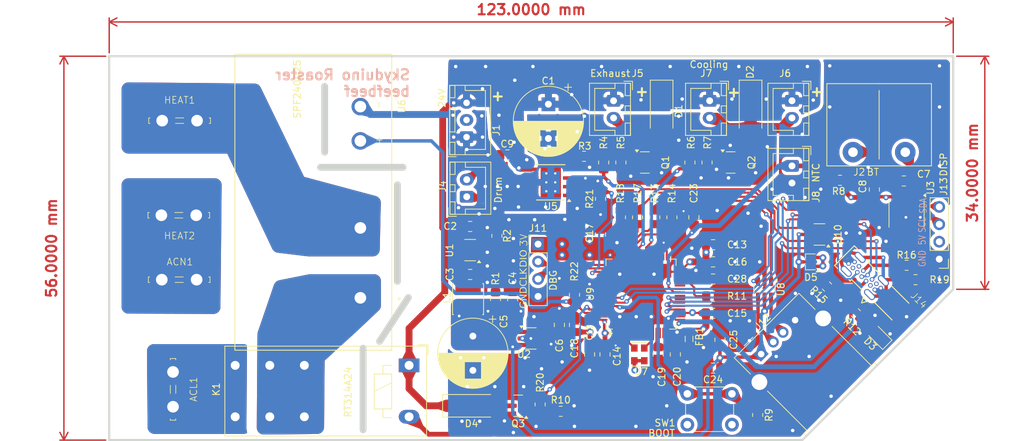
<source format=kicad_pcb>
(kicad_pcb (version 20240108) (generator "pcbnew") (generator_version "8.0")
  (title_block (title "Skyduino Roaster") (date "${COMMIT_DATE}") (rev "${REVISION}") (company "Raz-1") (comment 2 "${COMMIT_DATE_LONG}") (comment 3 "${COMMIT_HASH} ${GIT_TAG}"))
  (layers (0 "F.Cu" signal) (1 "In1.Cu" signal) (2 "In2.Cu" signal) (31 "B.Cu" signal) (34 "B.Paste" user) (35 "F.Paste" user) (36 "B.SilkS" user "B.Silkscreen") (37 "F.SilkS" user "F.Silkscreen") (38 "B.Mask" user) (39 "F.Mask" user) (44 "Edge.Cuts" user))
  (property "COMMIT_DATE" "YYYY-MM-DD")
  (property "COMMIT_DATE_LONG" "YYYY-MM-DD HH:MM:SS TZ")
  (property "COMMIT_HASH" "beefbeef")
  (property "GIT_TAG" "")
  (property "REVISION" "")
  (net 0 "")
  (net 1 "Net-(ACL1-Pin_1)")
  (net 2 "Net-(ACN1-Pin_1)")
  (net 3 "GND")
  (net 4 "+24V")
  (net 5 "Net-(U1-SW)")
  (net 6 "Net-(U1-CB)")
  (net 7 "+5V")
  (net 8 "+3V3")
  (net 9 "Net-(J2-Pin_1)")
  (net 10 "Net-(J2-Pin_2)")
  (net 11 "/CPU/VDDA")
  (net 12 "/CPU/XTAL_25M_1")
  (net 13 "NTC")
  (net 15 "Net-(U9-VCAP1)")
  (net 16 "EXHT")
  (net 17 "COOL")
  (net 18 "Net-(D3-A)")
  (net 19 "Net-(HEAT1-Pin_1)")
  (net 21 "Net-(J4-Pin_2)")
  (net 22 "Net-(J4-Pin_1)")
  (net 23 "SWDIO")
  (net 24 "SWCLK")
  (net 25 "Net-(J12-D-)")
  (net 26 "Net-(J12-D+)")
  (net 27 "SCL")
  (net 28 "SDA")
  (net 29 "/CPU/D+")
  (net 30 "/CPU/D-")
  (net 31 "Net-(D5-Pad1)")
  (net 32 "Net-(J14-CC1)")
  (net 33 "Net-(J14-CC2)")
  (net 34 "Net-(Q1-G)")
  (net 35 "Net-(Q2-G)")
  (net 36 "Net-(U1-FB)")
  (net 37 "Net-(U5-ILIM)")
  (net 38 "EXHT_CTL")
  (net 39 "COOL_CTL")
  (net 40 "BOOT0")
  (net 41 "PB2")
  (net 42 "LED0")
  (net 43 "Net-(R13-Pad1)")
  (net 44 "TO_RMT")
  (net 45 "FROM_RMT")
  (net 46 "Net-(R14-Pad1)")
  (net 47 "Net-(R17-Pad1)")
  (net 48 "USB-")
  (net 49 "Net-(R18-Pad1)")
  (net 50 "USB+")
  (net 51 "Net-(J14-SHIELD)")
  (net 52 "SO")
  (net 53 "SCK")
  (net 54 "BTCS")
  (net 55 "DRUM_CTL")
  (net 56 "SSR")
  (net 75 "HEAT")
  (net 88 "Net-(Q3-G)")
  (net 89 "HEAT_CTL")
  (net 90 "Net-(K1-Pad11)")
  (footprint "Package_TO_SOT_SMD:SC-74A-5_1.55x2.9mm_P0.95mm" (layer "F.Cu") (at 167.45 121.175)
    (property "Reference" "U2")
    (property "Value" "TCR2EF33")
  )
  (footprint "Connectors:QuickConnect_Tab_Molex_19705-4303" (layer "F.Cu") (at 116.26 89.4)
    (property "Reference" "HEAT1")
    (property "Value" "QC 19705-4303" (hide yes))
  )
  (footprint "Capacitor_SMD:C_0805_2012Metric_Pad1.18x1.45mm_HandSolder" (layer "F.Cu") (at 194 125.5 180)
    (property "Reference" "C24")
    (property "Value" "2.2µF")
  )
  (footprint "Resistor_SMD:R_0805_2012Metric_Pad1.20x1.40mm_HandSolder" (layer "F.Cu") (at 185.5 103.5 -90)
    (property "Reference" "R13")
    (property "Value" "10Ω")
  )
  (footprint "Connector_JST:JST_XH_B2B-XH-A_1x02_P2.50mm_Vertical" (layer "F.Cu") (at 179.5 86.5 -90)
    (property "Reference" "J5")
    (property "Value" "Exhaust")
  )
  (footprint "Resistor_SMD:R_0805_2012Metric_Pad1.20x1.40mm_HandSolder" (layer "F.Cu") (at 210.6 113.6 135)
    (property "Reference" "R15")
    (property "Value" "5.1kΩ")
  )
  (footprint "Diode_SMD:D_SMA_Handsoldering" (layer "F.Cu") (at 186.5 88 -90)
    (property "Reference" "D1")
    (property "Value" "M2")
  )
  (footprint "Resistor_SMD:R_0805_2012Metric_Pad1.20x1.40mm_HandSolder" (layer "F.Cu") (at 212.5 98.1 180)
    (property "Reference" "R8")
    (property "Value" "10kΩ")
  )
  (footprint "Button_Switch_THT:SW_PUSH_6mm_H4.3mm" (layer "F.Cu") (at 190.25 129.25)
    (property "Reference" "SW1")
    (property "Value" "BOOT")
  )
  (footprint "Oscillator:Oscillator_SMD_Kyocera_KC2520Z-4Pin_2.5x2.0mm" (layer "F.Cu") (at 183.25 123.5 180)
    (property "Reference" "U7")
    (property "Value" "20MHz")
  )
  (footprint "Resistor_SMD:R_0805_2012Metric_Pad1.20x1.40mm_HandSolder" (layer "F.Cu") (at 173.8 114.8 -90)
    (property "Reference" "R22")
    (property "Value" "10kΩ")
  )
  (footprint "Capacitor_SMD:C_0805_2012Metric_Pad1.18x1.45mm_HandSolder" (layer "F.Cu") (at 194 107.5)
    (property "Reference" "C13")
    (property "Value" "2.2µF")
  )
  (footprint "LED_SMD:LED_0805_2012Metric_Pad1.15x1.40mm_HandSolder" (layer "F.Cu") (at 218.080501 120.791071 135)
    (property "Reference" "D3")
    (property "Value" "LW Q98G.01")
  )
  (footprint "Package_TO_SOT_SMD:SOT-23" (layer "F.Cu") (at 196.5625 95.5)
    (property "Reference" "Q2")
    (property "Value" "DMN6075S")
  )
  (footprint "Resistor_SMD:R_0805_2012Metric_Pad1.20x1.40mm_HandSolder" (layer "F.Cu") (at 162.3 115.4375 90)
    (property "Reference" "R1")
    (property "Value" "88.7k")
  )
  (footprint "Connectors:QuickConnect_Tab_Molex_19705-4303" (layer "F.Cu") (at 116.14 103.2)
    (property "Reference" "HEAT2")
    (property "Value" "QC 19705-4303" (hide yes))
  )
  (footprint "Package_SO:SOIC-8_3.9x4.9mm_P1.27mm" (layer "F.Cu") (at 222.2 103 -90)
    (property "Reference" "U3")
    (property "Value" "MAX31855KASA")
  )
  (footprint "Connectors:QuickConnect_Tab_Molex_19705-4303" (layer "F.Cu") (at 115.3 128.6 90)
    (property "Reference" "ACL1")
    (property "Value" "QC 19705-4303" (hide yes))
  )
  (footprint "Resistor_SMD:R_0805_2012Metric_Pad1.20x1.40mm_HandSolder" (layer "F.Cu") (at 200.5 132.3375 -90)
    (property "Reference" "R9")
    (property "Value" "10kΩ")
  )
  (footprint "Capacitor_SMD:C_0805_2012Metric_Pad1.18x1.45mm_HandSolder" (layer "F.Cu") (at 171.6 119.2 90)
    (property "Reference" "C6")
    (property "Value" "100nF")
  )
  (footprint "Connectors:QuickConnect_Tab_Molex_19705-4303" (layer "F.Cu") (at 116.2 112.6)
    (property "Reference" "ACN1")
    (property "Value" "QC 19705-4303" (hide yes))
  )
  (footprint "Resistor_SMD:R_0805_2012Metric_Pad1.20x1.40mm_HandSolder" (layer "F.Cu") (at 168.8 130.8 90)
    (property "Reference" "R20")
    (property "Value" "100Ω")
  )
  (footprint "Capacitor_SMD:C_0805_2012Metric_Pad1.18x1.45mm_HandSolder" (layer "F.Cu") (at 188.5 123.5 90)
    (property "Reference" "C20")
    (property "Value" "10nF")
  )
  (footprint "Connector_JST:JST_XH_B2B-XH-A_1x02_P2.50mm_Vertical" (layer "F.Cu") (at 158.1 100.5 90)
    (property "Reference" "J4")
    (property "Value" "Drum")
  )
  (footprint "Diode_SMD:D_SMA_Handsoldering" (layer "F.Cu") (at 159.1 131)
    (property "Reference" "D4")
    (property "Value" "M2")
  )
  (footprint "Connector_JST:JST_XH_B3B-XH-A_1x03_P2.50mm_Vertical" (layer "F.Cu") (at 158.075 91.8 90)
    (property "Reference" "J1")
    (property "Value" "24V")
  )
  (footprint "Capacitor_SMD:C_0805_2012Metric_Pad1.18x1.45mm_HandSolder" (layer "F.Cu") (at 186 123.5 90)
    (property "Reference" "C19")
    (property "Value" "100nF")
  )
  (footprint "Capacitor_SMD:C_0805_2012Metric_Pad1.18x1.45mm_HandSolder" (layer "F.Cu") (at 176 123.5 -90)
    (property "Reference" "C12")
    (property "Value" "2.2µF")
  )
  (footprint "Connector_JST:JST_XH_B2B-XH-A_1x02_P2.50mm_Vertical" (layer "F.Cu") (at 205.5 96 -90)
    (property "Reference" "J8")
    (property "Value" "NTC")
  )
  (footprint "Package_TO_SOT_SMD:SOT-323_SC-70" (layer "F.Cu") (at 208.2 110 180)
    (property "Reference" "D5")
    (property "Value" "BAT54CWFILMY")
  )
  (footprint "Relay_THT:Relay_SPDT_Schrack-RT1-16A-FormC_RM5mm" (layer "F.Cu") (at 149.7 125.1 180)
    (property "Reference" "K1")
    (property "Value" "RT314A24")
  )
  (footprint "Resistor_SMD:R_0805_2012Metric_Pad1.20x1.40mm_HandSolder" (layer "F.Cu") (at 178.0625 95.5 -90)
    (property "Reference" "R4")
    (property "Value" "100Ω")
  )
  (footprint "Capacitor_SMD:C_0805_2012Metric_Pad1.18x1.45mm_HandSolder" (layer "F.Cu") (at 195 121.3625 90)
    (property "Reference" "C25")
    (property "Value" "100nF")
  )
  (footprint "Capacitor_SMD:C_0805_2012Metric_Pad1.18x1.45mm_HandSolder" (layer "F.Cu") (at 164.8 115.4375 90)
    (property "Reference" "C4")
    (property "Value" "22µF")
  )
  (footprint "Capacitor_SMD:C_0805_2012Metric_Pad1.18x1.45mm_HandSolder" (layer "F.Cu") (at 164.0375 94.4 180)
    (property "Reference" "C9")
    (property "Value" "2.2µF")
  )
  (footprint "Resistor_SMD:R_0805_2012Metric_Pad1.20x1.40mm_HandSolder" (layer "F.Cu") (at 177.6 100.8 -90)
    (property "Reference" "R21")
    (property "Value" "10kΩ")
  )
  (footprint "Package_TO_SOT_SMD:SOT-23-6" (layer "F.Cu") (at 158.6 108.2875 180)
    (property "Reference" "U1")
    (property "Value" "LV3842")
  )
  (footprint "Capacitor_SMD:C_0805_2012Metric_Pad1.18x1.45mm_HandSolder" (layer "F.Cu") (at 194 112.5)
    (property "Reference" "C28")
    (property "Value" "2.2µF")
  )
  (footprint "Resistor_SMD:R_0805_2012Metric_Pad1.20x1.40mm_HandSolder" (layer "F.Cu") (at 193.125 95.5 -90)
    (property "Reference" "R7")
    (property "Value" "10kΩ")
  )
  (footprint "Capacitor_SMD:C_0805_2012Metric_Pad1.18x1.45mm_HandSolder" (layer "F.Cu") (at 173.8 119.2 90)
    (property "Reference" "C18")
    (property "Value" "100nF")
  )
  (footprint "Resistor_SMD:R_0805_2012Metric_Pad1.20x1.40mm_HandSolder" (layer "F.Cu") (at 223.5 112.6)
    (property "Reference" "R19")
    (property "Value" "0R")
  )
  (footprint "Package_TO_SOT_SMD:SOT-23" (layer "F.Cu") (at 184.0625 95.5)
    (property "Reference" "Q1")
    (property "Value" "DMN6075S")
  )
  (footprint "Resistor_SMD:R_0805_2012Metric_Pad1.20x1.40mm_HandSolder" (layer "F.Cu") (at 162.5 106.2 90)
    (property "Reference" "R2")
    (property "Value" "22K")
  )
  (footprint "Package_TO_SOT_SMD:SOT-23-6" (layer "F.Cu") (at 209.5 106 180)
    (property "Reference" "U10")
    (property "Value" "USBLC6-2SC6")
  )
  (footprint "Inductor_SMD:L_0805_2012Metric_Pad1.05x1.20mm_HandSolder" (layer "F.Cu") (at 190.5 121.25 -90)
    (property "Reference" "FB1")
    (property "Value" "600R")
  )
  (footprint "Connector_JST:JST_XH_B2B-XH-A_1x02_P2.50mm_Vertical" (layer "F.Cu") (at 205.5 86.5 -90)
    (property "Reference" "J6")
    (property "Value" "Cooling" (hide yes))
  )
  (footprint "Resistor_SMD:R_0805_2012Metric_Pad1.20x1.40mm_HandSolder" (layer "F.Cu") (at 214.794715 117.505285 -45)
    (property "Reference" "R12")
    (property "Value" "54r9")
  )
  (footprint "Resistor_SMD:R_0805_2012Metric_Pad1.20x1.40mm_HandSolder" (layer "F.Cu") (at 194 115)
    (property "Reference" "R11")
    (property "Value" "10kΩ")
  )
  (footprint "Package_SO:Texas_HTSOP-8-1EP_3.9x4.9mm_P1.27mm_EP2.95x4.9mm_Mask2.4x3.1mm_ThermalVias" (layer "F.Cu") (at 170.35 98.4 180)
    (property "Reference" "U5")
    (property "Value" "DRV8871")
  )
  (footprint "Resistor_SMD:R_0805_2012Metric_Pad1.20x1.40mm_HandSolder" (layer "F.Cu") (at 171.8 131.8)
    (property "Reference" "R10")
    (property "Value" "10kΩ")
  )
  (footprint "Connectors:USB_C_Receptacle_Molex_Upright" (layer "F.Cu") (at 216.111737 112.060193 45)
    (property "Reference" "J14")
    (property "Value" "USB_C Artisan")
  )
  (footprint "Resistor_SMD:R_0805_2012Metric_Pad1.20x1.40mm_HandSolder" (layer "F.Cu") (at 180.5625 95.5 -90)
    (property "Reference" "R5")
    (property "Value" "10kΩ")
  )
  (footprint "Connector_JST:JST_XH_B2B-XH-A_1x02_P2.50mm_Vertical" (layer "F.Cu") (at 193.5 86.5 -90)
    (property "Reference" "J7")
    (property "Value" "Cooling")
  )
  (footprint "Capacitor_SMD:C_0805_2012Metric_Pad1.18x1.45mm_HandSolder" (layer "F.Cu") (at 177.6 106 90)
    (property "Reference" "C17")
    (property "Value" "100nF")
  )
  (footprint "Capacitor_THT:CP_Radial_D10.0mm_P5.00mm" (layer "F.Cu") (at 170 87 -90)
    (property "Reference" "C1")
    (property "Value" "100µF")
  )
  (footprint "Inductor_SMD:L_Sunlord_SWPA4030S" (layer "F.Cu") (at 158.3 115.4375 -90)
    (property "Reference" "L1")
    (property "Value" "18uH")
  )
  (footprint "Connectors:KF7.62_2P" (layer "F.Cu") (at 218.2 90)
    (property "Reference" "J2")
    (property "Value" "BT")
  )
  (footprint "Capacitor_SMD:C_0805_2012Metric_Pad1.18x1.45mm_HandSolder" (layer "F.Cu") (at 158.6 104.8375)
    (property "Reference" "C2")
    (property "Value" "2.2µF")
  )
  (footprint "Capacitor_SMD:C_0805_2012Metric_Pad1.18x1.45mm_HandSolder" (layer "F.Cu") (at 158.6 111.8375 180)
    (property "Reference" "C3")
    (property "Value" "100nF")
  )
  (footprint "Connector_PinHeader_2.54mm:PinHeader_1x04_P2.54mm_Vertical" (layer "F.Cu") (at 168.5 107.42)
    (property "Reference" "J11")
    (property "Value" "DBG")
  )
  (footprint "Package_QFP:LQFP-64_10x10mm_P0.5mm" (layer "F.Cu") (at 183.5 114.7 90)
    (property "Reference" "U9")
    (property "Value" "STM32F412RET6")
  )
  (footprint "Capacitor_SMD:C_0805_2012Metric_Pad1.18x1.45mm_HandSolder" (layer "F.Cu") (at 194 117.5)
    (property "Reference" "C15")
    (property "Value" "100nF")
  )
  (footprint "Capacitor_SMD:C_0805_2012Metric_Pad1.18x1.45mm_HandSolder" (layer "F.Cu") (at 221.8 98.2)
    (property "Reference" "C7")
    (property "Value" "10nF")
  )
  (footprint "Capacitor_SMD:C_0805_2012Metric_Pad1.18x1.45mm_HandSolder" (layer "F.Cu") (at 191.2 103.5 90)
    (property "Reference" "C23")
    (property "Value" "10nF")
  )
  (footprint "Connector_PinHeader_2.54mm:PinHeader_1x04_P2.54mm_Vertical" (layer "F.Cu") (at 226.96 109.6 180)
    (property "Reference" "J13")
    (property "Value" "DISP")
  )
  (footprint "Resistor_SMD:R_0805_2012Metric_Pad1.20x1.40mm_HandSolder" (layer "F.Cu") (at 188 103.5 -90)
    (property "Reference" "R14")
    (property "Value" "10Ω")
  )
  (footprint "Package_TO_SOT_SMD:SOT-23-6" (layer "F.Cu") (at 201.5 114 -90)
    (property "Reference" "U8")
    (property "Value" "USBLC6-2SC6")
  )
  (footprint "Capacitor_THT:CP_Radial_D10.0mm_P5.00mm" (layer "F.Cu") (at 159 120.832323 -90)
    (property "Reference" "C5")
    (property "Value" "100µF")
  )
  (footprint "Resistor_SMD:R_0805_2012Metric_Pad1.20x1.40mm_HandSolder" (layer "F.Cu") (at 222.2 110.5)
    (property "Reference" "R16")
    (property "Value" "5.1kΩ")
  )
  (footprint "Resistor_SMD:R_0805_2012Metric_Pad1.20x1.40mm_HandSolder" (layer "F.Cu") (at 175.2 94.6)
    (property "Reference" "R3")
    (property "Value" "30kΩ")
  )
  (footprint "SSRs:SSR_Crydom_SPF240D25" (layer "F.Cu") (at 142.6 101.3 90)
    (property "Reference" "U6")
    (property "Value" "SPF240D25")
  )
  (footprint "Resistor_SMD:R_0805_2012Metric_Pad1.20x1.40mm_HandSolder" (layer "F.Cu") (at 183 103.5 -90)
    (property "Reference" "R17")
    (property "Value" "10Ω")
  )
  (footprint "Resistor_SMD:R_0805_2012Metric_Pad1.20x1.40mm_HandSolder" (layer "F.Cu") (at 190.625 95.5 -90)
    (property "Reference" "R6")
    (property "Value" "100Ω")
  )
  (footprint "Capacitor_SMD:C_0805_2012Metric_Pad1.18x1.45mm_HandSolder" (layer "F.Cu") (at 194 110)
    (property "Reference" "C16")
    (property "Value" "100nF")
  )
  (footprint "Package_TO_SOT_SMD:SOT-23" (layer "F.Cu") (at 165.6 131 180)
    (property "Reference" "Q3")
    (property "Value" "DMN6075S")
  )
  (footprint "Resistor_SMD:R_0805_2012Metric_Pad1.20x1.40mm_HandSolder" (layer "F.Cu") (at 180.5 103.5 -90)
    (property "Reference" "R18")
    (property "Value" "10Ω")
  )
  (footprint "Capacitor_SMD:C_0805_2012Metric_Pad1.18x1.45mm_HandSolder" (layer "F.Cu") (at 178.25 123.5 -90)
    (property "Reference" "C14")
    (property "Value" "100nF")
  )
  (footprint "Connector_USB:USB_A_Molex_67643_Horizontal" (layer "F.Cu") (at 201.005224 123.454971 45)
    (property "Reference" "J12")
    (property "Value" "USB-A RMT")
  )
  (footprint "Diode_SMD:D_SMA_Handsoldering" (layer "F.Cu") (at 199.4625 88 -90)
    (property "Reference" "D2")
    (property "Value" "M2")
  )
  (footprint "Capacitor_SMD:C_0805_2012Metric_Pad1.18x1.45mm_HandSolder" (layer "F.Cu") (at 217.5 99.4375 90)
    (property "Reference" "C8")
    (property "Value" "100nF")
  )
  (gr_line (start 229 114) (end 207 136) (stroke (width 0.3)) (layer "Edge.Cuts"))
  (gr_line (start 106 136) (end 106 80) (stroke (width 0.3)) (layer "Edge.Cuts"))
  (gr_line (start 106 80) (end 229 80) (stroke (width 0.3)) (layer "Edge.Cuts"))
  (gr_line (start 148 98.75) (end 148 112.85) (stroke (width 1)) (layer "Edge.Cuts"))
  (gr_line (start 229 80) (end 229 114) (stroke (width 0.3)) (layer "Edge.Cuts"))
  (gr_line (start 137.4 84.4) (end 137.4 94) (stroke (width 1)) (layer "Edge.Cuts"))
  (gr_line (start 136.789592 96.2) (end 148.810407 96.2) (stroke (width 1)) (layer "Edge.Cuts"))
  (gr_line (start 145.4 121.6) (end 149.6 115.2) (stroke (width 1)) (layer "Edge.Cuts"))
  (gr_line (start 106 136) (end 207 136) (stroke (width 0.3)) (layer "Edge.Cuts"))
  (gr_line (start 143 134.5) (end 143 122.6) (stroke (width 1)) (layer "Edge.Cuts"))
  (gr_text "SDA" (at 225.2 103 90) (layer "B.SilkS") (effects (font (size 1 0.8) (thickness 0.1)) (justify left bottom)))
  (gr_text "${TITLE} ${GIT_TAG}\n${COMMIT_HASH}" (at 150 86 0) (layer "B.SilkS") (effects (font (size 1.5 1.5) (thickness 0.3) (bold yes)) (justify left bottom mirror)))
  (gr_text "SCL" (at 225.06 105.8 90) (layer "B.SilkS") (effects (font (size 1 0.8) (thickness 0.1)) (justify left bottom)))
  (gr_text "GND" (at 225.06 110.8 90) (layer "B.SilkS") (effects (font (size 1 0.8) (thickness 0.1)) (justify left bottom)))
  (gr_text "5V" (at 225.06 107.6 90) (layer "B.SilkS") (effects (font (size 1 0.8) (thickness 0.1)) (justify left bottom)))
  (gr_text "3V" (at 167 107.8 90) (layer "F.SilkS") (effects (font (size 1 1) (thickness 0.1)) (justify left bottom)))
  (gr_text "+" (at 182.5 86 0) (layer "F.SilkS") (effects (font (size 1.5 1.5) (thickness 0.3) (bold yes)) (justify left bottom)))
  (gr_text "CLK\n" (at 167 113.6 90) (layer "F.SilkS") (effects (font (size 1 1) (thickness 0.1)) (justify left bottom)))
  (gr_text "+" (at 195.9 86.1 0) (layer "F.SilkS") (effects (font (size 1.5 1.5) (thickness 0.3) (bold yes)) (justify left bottom)))
  (gr_text "+" (at 163.4 87 90) (layer "F.SilkS") (effects (font (size 1.5 1.5) (thickness 0.3) (bold yes)) (justify left bottom)))
  (gr_text "+" (at 208 86 0) (layer "F.SilkS") (effects (font (size 1.5 1.5) (thickness 0.3) (bold yes)) (justify left bottom)))
  (gr_text "DIO\n" (at 167 110.8 90) (layer "F.SilkS") (effects (font (size 1 1) (thickness 0.1)) (justify left bottom)))
  (gr_text "GND" (at 167 116.8 90) (layer "F.SilkS") (effects (font (size 1 1) (thickness 0.1)) (justify left bottom)))
  (dimension (type aligned) (layer "F.Cu") (pts (xy 229 80) (xy 229 114)) (height -4.6) (gr_text "34.0000 mm" (at 231.8 97 90) (layer "F.Cu") (effects (font (size 1.5 1.5) (thickness 0.3)))) (format (prefix "") (suffix "") (units 3) (units_format 1) (precision 4)) (style (thickness 0.2) (arrow_length 1.27) (text_position_mode 0) (extension_height 0.58642) (extension_offset 0.5) keep_text_aligned))
  (dimension (type aligned) (layer "F.Cu") (pts (xy 106 80) (xy 229 80)) (height -5) (gr_text "123.0000 mm" (at 167.5 73.2 0) (layer "F.Cu") (effects (font (size 1.5 1.5) (thickness 0.3)))) (format (prefix "") (suffix "") (units 3) (units_format 1) (precision 4)) (style (thickness 0.2) (arrow_length 1.27) (text_position_mode 0) (extension_height 0.58642) (extension_offset 0.5) keep_text_aligned))
  (dimension (type aligned) (layer "F.Cu") (pts (xy 106 80) (xy 106 136)) (height 6.6) (gr_text "56.0000 mm" (at 97.6 108 90) (layer "F.Cu") (effects (font (size 1.5 1.5) (thickness 0.3)))) (format (prefix "") (suffix "") (units 3) (units_format 1) (precision 4)) (style (thickness 0.2) (arrow_length 1.27) (text_position_mode 0) (extension_height 0.58642) (extension_offset 0.5) keep_text_aligned))
  (segment (start 180.25 109.025) (end 180.25 107.45) (width 0.3) (layer "F.Cu") (net 3))
  (segment (start 177.825 117.95) (end 180.35 117.95) (width 0.3) (layer "F.Cu") (net 3))
  (segment (start 189.175 111.45) (end 186.35 111.45) (width 0.3) (layer "F.Cu") (net 3))
  (segment (start 167.475 99.035) (end 164.265 99.035) (width 0.7) (layer "F.Cu") (net 3))
  (segment (start 160.7875 108.2875) (end 161.1 108.6) (width 0.5) (layer "F.Cu") (net 3))
  (segment (start 164.265 99.035) (end 164.25 99.05) (width 0.7) (layer "F.Cu") (net 3))
  (segment (start 185.25 120.375) (end 185.25 118.25) (width 0.3) (layer "F.Cu") (net 3))
  (segment (start 180.35 117.95) (end 180.4 118) (width 0.3) (layer "F.Cu") (net 3))
  (segment (start 180.6 96.45) (end 180.5625 96.4125) (width 0.2) (layer "F.Cu") (net 3))
  (segment (start 190.35312 111.15) (end 191.4 111.15) (width 0.3) (layer "F.Cu") (net 3))
  (segment (start 166.3 121.175) (end 167.45 121.175) (width 0.5) (layer "F.Cu") (net 3))
  (segment (start 180.25 107.45) (end 180 107.2) (width 0.3) (layer "F.Cu") (net 3))
  (segment (start 194.5 96.5) (end 194.5 95.5) (width 0.5) (layer "F.Cu") (net 3))
  (segment (start 201.5 112.8625) (end 201.5 111.1) (width 0.6) (layer "F.Cu") (net 3))
  (segment (start 189.175 117.95) (end 187.8 117.95) (width 0.3) (layer "F.Cu") (net 3))
  (segment (start 187.5 118.25) (end 187.75 118) (width 0.3) (layer "F.Cu") (net 3))
  (segment (start 187.8 117.95) (end 187.5 118.25) (width 0.3) (layer "F.Cu") (net 3))
  (segment (start 185.25 121.3) (end 185.25 120.375) (width 0.3) (layer "F.Cu") (net 3))
  (segment (start 183.125 96.45) (end 180.6 96.45) (width 0.5) (layer "F.Cu") (net 3))
  (segment (start 210.6375 106) (end 213.2 106) (width 0.7) (layer "F.Cu") (net 3))
  (segment (start 159.7375 108.2875) (end 160.7875 108.2875) (width 0.5) (layer "F.Cu") (net 3))
  (segment (start 183.975 122.575) (end 185.25 121.3) (width 0.3) (layer "F.Cu") (net 3))
  (segment (start 176.45 117.95) (end 176 118.4) (width 0.3) (layer "F.Cu") (net 3))
  (segment (start 201.5 111.1) (end 201.6 111) (width 0.7) (layer "F.Cu") (net 3))
  (segment (start 218.805285 121.494715) (end 219.794715 120.505285) (width 1) (layer "F.Cu") (net 3))
  (segment (start 191.4 111.15) (end 191.5 111.25) (width 0.3) (layer "F.Cu") (net 3))
  (segment (start 189.175 111.45) (end 190.05312 111.45) (width 0.3) (layer "F.Cu") (net 3))
  (segment (start 177.825 117.95) (end 176.45 117.95) (width 0.3) (layer "F.Cu") (net 3))
  (segment (start 185.25 118.25) (end 185 118) (width 0.3) (layer "F.Cu") (net 3))
  (segment (start 213.2 106) (end 213.4 105.8) (width 0.7) (layer "F.Cu") (net 3))
  (segment (start 190.05312 111.45) (end 190.35312 111.15) (width 0.3) (layer "F.Cu") (net 3))
  (via (at 218.2 105) (size 1) (drill 0.5) (layers "F.Cu" "B.Cu") (net 3))
  (via (at 197.2 110) (size 1) (drill 0.5) (layers "F.Cu" "B.Cu") (net 3))
  (via (at 168 103.85) (size 1) (drill 0.5) (layers "F.Cu" "B.Cu") (net 3))
  (via (at 194.6 102.5) (size 1) (drill 0.5) (layers "F.Cu" "B.Cu") (net 3))
  (via (at 215.4 105.8) (size 1) (drill 0.5) (layers "F.Cu" "B.Cu") (net 3))
  (via (at 209.7 99.4) (size 1) (drill 0.5) (layers "F.Cu" "B.Cu") (net 3))
  (via (at 174.2 102.2) (size 1) (drill 0.5) (layers "F.Cu" "B.Cu") (net 3))
  (via (at 156.2 91.8) (size 1) (drill 0.5) (layers "F.Cu" "B.Cu") (net 3))
  (via (at 217.6 117.8) (size 1) (drill 0.5) (layers "F.Cu" "B.Cu") (net 3))
  (via (at 207.4 100.6) (size 1) (drill 0.5) (layers "F.Cu" "B.Cu") (net 3))
  (via (at 165.6 99) (size 1) (drill 0.5) (layers "F.Cu" "B.Cu") (net 3))
  (via (at 191.5 111.25) (size 1) (drill 0.5) (layers "F.Cu" "B.Cu") (net 3))
  (via (at 199.3 121.5) (size 1) (drill 0.5) (layers "F.Cu" "B.Cu") (net 3))
  (via (at 209.4 115.6) (size 1) (drill 0.5) (layers "F.Cu" "B.Cu") (net 3))
  (via (at 157.4 133.25) (size 1) (drill 0.5) (layers "F.Cu" "B.Cu") (net 3))
  (via (at 160 133.25) (size 1) (drill 0.5) (layers "F.Cu" "B.Cu") (net 3))
  (via (at 160.3 88.7) (size 1) (drill 0.5) (layers "F.Cu" "B.Cu") (net 3))
  (via (at 162.2 128.2) (size 1) (drill 0.5) (layers "F.Cu" "B.Cu") (net 3))
  (via (at 186.8 107.2) (size 0.65) (drill 0.3) (layers "F.Cu" "B.Cu") (net 3))
  (via (at 206 114.6) (size 1) (drill 0.5) (layers "F.Cu" "B.Cu") (net 3))
  (via (at 165.65 102) (size 1) (drill 0.5) (layers "F.Cu" "B.Cu") (net 3))
  (via (at 224.2 103.5) (size 0.8) (drill 0.4) (layers "F.Cu" "B.Cu") (net 3))
  (via (at 166.225 121.175) (size 0.8) (drill 0.4) (layers "F.Cu" "B.Cu") (net 3))
  (via (at 179.8 122.2) (size 0.65) (drill 0.3) (layers "F.Cu" "B.Cu") (net 3))
  (via (at 196.5 93) (size 1) (drill 0.5) (layers "F.Cu" "B.Cu") (net 3))
  (via (at 176 113.25) (size 0.8) (drill 0.4) (layers "F.Cu" "B.Cu") (net 3))
  (via (at 174.2 91) (size 1) (drill 0.5) (layers "F.Cu" "B.Cu") (net 3))
  (via (at 219.2 107) (size 1) (drill 0.5) (layers "F.Cu" "B.Cu") (net 3))
  (via (at 176 115.2) (size 0.8) (drill 0.4) (layers "F.Cu" "B.Cu") (net 3))
  (via (at 192.6 122.5) (size 1) (drill 0.5) (layers "F.Cu" "B.Cu") (net 3))
  (via (at 160.8 99) (size 1) (drill 0.5) (layers "F.Cu" "B.Cu") (net 3))
  (via (at 175.25 88.75) (size 1) (drill 0.5) (layers "F.Cu" "B.Cu") (net 3))
  (via (at 211.2 129.6) (size 1) (drill 0.5) (layers "F.Cu" "B.Cu") (net 3))
  (via (at 172 124.6) (size 1) (drill 0.5) (layers "F.Cu" "B.Cu") (net 3))
  (via (at 172.4 103.8) (size 1) (drill 0.5) (layers "F.Cu" "B.Cu") (net 3))
  (via (at 182.75 134) (size 1) (drill 0.5) (layers "F.Cu" "B.Cu") (net 3))
  (via (at 158.2 128.2) (size 1) (drill 0.5) (layers "F.Cu" "B.Cu") (net 3))
  (via (at 162.6 99) (size 1) (drill 0.5) (layers "F.Cu" "B.Cu") (net 3))
  (via (at 167.45 121.175) (size 0.8) (drill 0.4) (layers "F.Cu" "B.Cu") (net 3))
  (via (at 180.8 100.2) (size 0.8) (drill 0.4) (layers "F.Cu" "B.Cu") (net 3))
  (via (at 169.6 102) (size 1) (drill 0.5) (layers "F.Cu" "B.Cu") (net 3))
  (via (at 170.4 122) (size 0.8) (drill 0.4) (layers "F.Cu" "B.Cu") (net 3))
  (via (at 176 125.8) (size 1) (drill 0.5) (layers "F.Cu" "B.Cu") (net 3))
  (via (at 162.2 102.2) (size 1) (drill 0.5) (layers "F.Cu" "B.Cu") (net 3))
  (via (at 190.9 108) (size 1) (drill 0.5) (layers "F.Cu" "B.Cu") (net 3))
  (via (at 197.2 112.4) (size 1) (drill 0.5) (layers "F.Cu" "B.Cu") (net 3))
  (via (at 227 96) (size 1) (drill 0.5) (layers "F.Cu" "B.Cu") (net 3))
  (via (at 173.75 131) (size 1) (drill 0.5) (layers "F.Cu" "B.Cu") (net 3))
  (via (at 182 97.5) (size 1) (drill 0.5) (layers "F.Cu" "B.Cu") (net 3))
  (via (at 211 81.4) (size 1) (drill 0.5) (layers "F.Cu" "B.Cu") (net 3))
  (via (at 180.4 111.8) (size 1) (drill 0.5) (layers "F.Cu" "B.Cu") (net 3))
  (via (at 186.5 97) (size 1) (drill 0.5) (layers "F.Cu" "B.Cu") (net 3))
  (via (at 156.1 88.6) (size 1) (drill 0.5) (layers "F.Cu" "B.Cu") (net 3))
  (via (at 167.9 118) (size 1) (drill 0.5) (layers "F.Cu" "B.Cu") (net 3))
  (via (at 164.9 113) (size 1) (drill 0.5) (layers "F.Cu" "B.Cu") (net 3))
  (via (at 160.6 124) (size 1) (drill 0.5) (layers "F.Cu" "B.Cu") (net 3))
  (via (at 227 112.6) (size 1) (drill 0.5) (layers "F.Cu" "B.Cu") (net 3))
  (via (at 164 99) (size 1) (drill 0.5) (layers "F.Cu" "B.Cu") (net 3))
  (via (at 185.25 126.75) (size 1) (drill 0.5) (layers "F.Cu" "B.Cu") (net 3))
  (via (at 156.9 102.1) (size 1) (drill 0.5) (layers "F.Cu" "B.Cu") (net 3))
  (via (at 212.6 115.6) (size 1) (drill 0.5) (layers "F.Cu" "B.Cu") (net 3))
  (via (at 180.4 118) (size 1) (drill 0.5) (layers "F.Cu" "B.Cu") (net 3))
  (via (at 161.1 105) (size 1) (drill 0.5) (layers "F.Cu" "B.Cu") (net 3))
  (via (at 190.2 124.6) (size 1) (drill 0.5) (layers "F.Cu" "B.Cu") (net 3))
  (via (at 187.5 118.25) (size 0.8) (drill 0.4) (layers "F.Cu" "B.Cu") (net 3))
  (via (at 201 104.8) (size 1) (drill 0.5) (layers "F.Cu" "B.Cu") (net 3))
  (via (at 158.1 93.6) (size 1) (drill 0.5) (layers "F.Cu" "B.Cu") (net 3))
  (via (at 227 87.4) (size 1) (drill 0.5) (layers "F.Cu" "B.Cu") (net 3))
  (via (at 227 81.4) (size 1) (drill 0.5) (layers "F.Cu" "B.Cu") (net 3))
  (via (at 182.8 118) (size 1) (drill 0.5) (layers "F.Cu" "B.Cu") (net 3))
  (via (at 166.4 128.2) (size 1) (drill 0.5) (layers "F.Cu" "B.Cu") (net 3))
  (via (at 203.2 123.8) (size 1) (drill 0.5) (layers "F.Cu" "B.Cu") (net 3))
  (via (at 222.1 103.5) (size 0.8) (drill 0.4) (layers "F.Cu" "B.Cu") (net 3))
  (via (at 189.7 102.6) (size 0.65) (drill 0.3) (layers "F.Cu" "B.Cu") (net 3))
  (via (at 192.25 97.75) (size 1) (drill 0.5) (layers "F.Cu" "B.Cu") (net 3))
  (via (at 157.2 124) (size 1) (drill 0.5) (layers "F.Cu" "B.Cu") (net 3))
  (via (at 161.1 108.6) (size 1) (drill 0.5) (layers "F.Cu" "B.Cu") (net 3))
  (via (at 168.2 134) (size 1) (drill 0.5) (layers "F.Cu" "B.Cu") (net 3))
  (via (at 219.794715 120.505285) (size 1) (drill 0.5) (layers "F.Cu" "B.Cu") (net 3))
  (via (at 197.2 107.4) (size 1) (drill 0.5) (layers "F.Cu" "B.Cu") (net 3))
  (via (at 164.9 134.9) (size 1) (drill 0.5) (layers "F.Cu" "B.Cu") (net 3))
  (via (at 199.3 118.6) (size 1) (drill 0.5) (layers "F.Cu" "B.Cu") (net 3))
  (via (at 180 107.2) (size 1) (drill 0.5) (layers "F.Cu" "B.Cu") (net 3))
  (via (at 200.2 97) (size 1) (drill 0.5) (layers "F.Cu" "B.Cu") (net 3))
  (via (at 176 96.2) (size 1) (drill 0.5) (layers "F.Cu" "B.Cu") (net 3))
  (via (at 205.6 134.6) (size 1) (drill 0.5) (layers "F.Cu" "B.Cu") (net 3))
  (via (at 196.25 97.75) (size 1) (drill 0.5) (layers "F.Cu" "B.Cu") (net 3))
  (via (at 194.5 96.5) (size 1) (drill 0.5) (layers "F.Cu" "B.Cu") (net 3))
  (via (at 196.5 118.6) (size 1) (drill 0.5) (layers "F.Cu" "B.Cu") (net 3))
  (via (at 161.1 113) (size 1) (drill 0.5) (layers "F.Cu" "B.Cu") (net 3))
  (via (at 207 91.4) (size 1) (drill 0.5) (layers "F.Cu" "B.Cu") (net 3))
  (via (at 222.2 118) (size 1) (drill 0.5) (layers "F.Cu" "B.Cu") (net 3))
  (via (at 175.4 97.8) (size 0.8) (drill 0.4) (layers "F.Cu" "B.Cu") (net 3))
  (via (at 164.9 106.6) (size 1) (drill 0.5) (layers "F.Cu" "B.Cu") (net 3))
  (via (at 173.4 122.2) (size 1) (drill 0.5) (layers "F.Cu" "B.Cu") (net 3))
  (via (at 213.4 105.8) (size 1) (drill 0.5) (layers "F.Cu" "B.Cu") (net 3))
  (via (at 202.6 99.4) (size 1) (drill 0.5) (layers "F.Cu" "B.Cu") (net 3))
  (via (at 187.25 131) (size 1) (drill 0.5) (layers "F.Cu" "B.Cu") (net 3))
  (via (at 163.6 133.2) (size 1) (drill 0.5) (layers "F.Cu" "B.Cu") (net 3))
  (via (at 161.1 110.6) (size 1) (drill 0.5) (layers "F.Cu" "B.Cu") (net 3))
  (via (at 169 125.6) (size 1) (drill 0.5) (layers "F.Cu" "B.Cu") (net 3))
  (via (at 177.2 98.2) (size 0.8) (drill 0.4) (layers "F.Cu" "B.Cu") (net 3))
  (via (at 201.9 93.2) (size 1) (drill 0.5) (layers "F.Cu" "B.Cu") (net 3))
  (via (at 160.4 91.8) (size 1) (drill 0.5) (layers "F.Cu" "B.Cu") (net 3))
  (via (at 200.8 110) (size 1) (drill 0.5) (layers "F.Cu" "B.Cu") (net 3))
  (via (at 188.75 120.25) (size 1) (drill 0.5) (layers "F.Cu" "B.Cu") (net 3))
  (via (at 215.4 120.4) (size 1) (drill 0.5) (layers "F.Cu" "B.Cu") (net 3))
  (via (at 175.6 104.8) (size 1) (drill 0.5) (layers "F.Cu" "B.Cu") (net 3))
  (via (at 164.25 103.85) (size 1) (drill 0.5) (layers "F.Cu" "B.Cu") (net 3))
  (via (at 185 118) (size 1) (drill 0.5) (layers "F.Cu" "B.Cu") (net 3))
  (via (at 189 92.25) (size 1) (drill 0.5) (layers "F.Cu" "B.Cu") (net 3))
  (via (at 159.9 103) (size 1) (drill 0.5) (layers "F.Cu" "B.Cu") (net 3))
  (via (at 161.2 94.4) (size 1) (drill 0.5) (layers "F.Cu" "B.Cu") (net 3))
  (via (at 199.1 102.9) (size 1) (drill 0.5) (layers "F.Cu" "B.Cu") (net 3))
  (via (at 177.6 103.1) (size 0.8) (drill 0.4) (layers "F.Cu" "B.Cu") (net 3))
  (via (at 173.8 134) (size 1) (drill 0.5) (layers "F.Cu" "B.Cu") (net 3))
  (via (at 171.6 112.4) (size 0.8) (drill 0.4) (layers "F.Cu" "B.Cu") (net 3))
  (via (at 189 88.75) (size 1) (drill 0.5) (layers "F.Cu" "B.Cu") (net 3))
  (via (at 208 123.8) (size 1) (drill 0.5) (layers "F.Cu" "B.Cu") (net 3))
  (via (at 211 87.4) (size 1) (drill 0.5) (layers "F.Cu" "B.Cu") (net 3))
  (via (at 208.4 114.6) (size 1) (drill 0.5) (layers "F.Cu" "B.Cu") (net 3))
  (via (at 169.5 93.5) (size 1) (drill 0.5) (layers "F.Cu" "B.Cu") (net 3))
  (via (at 216.6 96.2) (size 1) (drill 0.5) (layers "F.Cu" "B.Cu") (net 3))
  (via (at 185.4 111.8) (size 1) (drill 0.5) (layers "F.Cu" "B.Cu") (net 3))
  (via (at 171.6 116.8) (size 0.8) (drill 0.4) (layers "F.Cu" "B.Cu") (net 3))
  (via (at 164.9 109.85) (size 1) (drill 0.5) (layers "F.Cu" "B.Cu") (net 3))
  (via (at 166.6 124) (size 1) (drill 0.5) (layers "F.Cu" "B.Cu") (net 3))
  (segment (start 219.003087 114.4) (end 219.2 114.4) (width 0.5) (layer "B.Cu") (net 3))
  (segment (start 213.1 109.6) (end 213.75 110.25) (width 0.5) (layer "B.Cu") (net 3))
  (segment (start 156.3515 98.5515) (end 156.4 98.6) (width 0.3) (layer "B.Cu") (net 3))
  (segment (start 218.500001 115) (end 218.7 115) (width 0.5) (layer "B.Cu") (net 3))
  (segment (start 218.204773 114.068376) (end 218.438118 113.835031) (width 0.5) (layer "B.Cu") (net 3))
  (segment (start 144.05 88.5) (end 155.9 88.5) (width 1) (layer "B.Cu") (net 3))
  (segment (start 213.983346 110.016654) (end 213.75 110.25) (width 0.5) (layer "B.Cu") (net 3))
  (segment (start 217.568377 114.068376) (end 218.500001 115) (width 0.5) (layer "B.Cu") (net 3))
  (segment (start 214.619742 110.016654) (end 213.8 109.196912) (width 0.5) (layer "B.Cu") (net 3))
  (segment (start 217.568377 114.068376) (end 218.204773 114.068376) (width 0.5) (layer "B.Cu") (net 3))
  (segment (start 213.8 109.196912) (end 213.8 109.1) (width 0.5) (layer "B.Cu") (net 3))
  (segment (start 155.9 88.5) (end 156 88.6) (width 1) (layer "B.Cu") (net 3))
  (segment (start 218.438118 113.835031) (end 219.003087 114.4) (width 0.5) (layer "B.Cu") (net 3))
  (segment (start 213.1 109.6) (end 213.1 109.4) (width 0.5) (layer "B.Cu") (net 3))
  (segment (start 142.95 87.4) (end 144.05 88.5) (width 1) (layer "B.Cu") (net 3))
  (segment (start 157.4625 108.2875) (end 157.4625 107.3375) (width 0.7) (layer "F.Cu") (net 4))
  (segment (start 154.9 105.3) (end 154.6 105) (width 1) (layer "F.Cu") (net 4))
  (segment (start 167.475 96.495) (end 167.475 95.575) (width 0.7) (layer "F.Cu") (net 4))
  (segment (start 165.895 96.495) (end 165.7 96.3) (width 0.7) (layer "F.Cu") (net 4))
  (segment (start 152.2 131) (end 156.6 131) (width 1) (layer "F.Cu") (net 4))
  (segment (start 157.4625 104.9375) (end 157.5625 104.8375) (width 0.7) (layer "F.Cu") (net 4))
  (segment (start 167.475 95.575) (end 167.3 95.4) (width 0.7) (layer "F.Cu") (net 4))
  (segment (start 155.9 86.8) (end 158.075 86.8) (width 1) (layer "F.Cu") (net 4))
  (segment (start 149.7 125.1) (end 149.7 119.7) (width 1) (layer "F.Cu") (net 4))
  (segment (start 167.475 96.495) (end 165.895 96.495) (width 0.7) (layer "F.Cu") (net 4))
  (segment (start 154.6 88.1) (end 155.9 86.8) (width 1) (layer "F.Cu") (net 4))
  (segment (start 154.6 105) (end 154.6 88.1) (width 1) (layer "F.Cu") (net 4))
  (segment (start 154.9 114.5) (end 154.9 105.3) (width 1) (layer "F.Cu") (net 4))
  (segment (start 149.7 128.5) (end 152.2 131) (width 1) (layer "F.Cu") (net 4))
  (segment (start 149.7 125.1) (end 149.7 128.5) (width 1) (layer "F.Cu") (net 4))
  (segment (start 149.7 119.7) (end 154.9 114.5) (width 1) (layer "F.Cu") (net 4))
  (segment (start 157.4625 107.3375) (end 157.4625 104.9375) (width 0.7) (layer "F.Cu") (net 4))
  (via (at 156.5 81.5) (size 1) (drill 0.5) (layers "F.Cu" "B.Cu") (net 4))
  (via (at 165.1 83.5) (size 1) (drill 0.5) (layers "F.Cu" "B.Cu") (net 4))
  (via (at 187.75 81.5) (size 1) (drill 0.5) (layers "F.Cu" "B.Cu") (net 4))
  (via (at 207.75 81.5) (size 1) (drill 0.5) (layers "F.Cu" "B.Cu") (net 4))
  (via (at 201.75 86.25) (size 1) (drill 0.5) (layers "F.Cu" "B.Cu") (net 4))
  (via (at 197.75 81.5) (size 1) (drill 0.5) (layers "F.Cu" "B.Cu") (net 4))
  (via (at 183.5 86.367677) (size 1) (drill 0.5) (layers "F.Cu" "B.Cu") (net 4))
  (via (at 160.85 81.5) (size 1) (drill 0.5) (layers "F.Cu" "B.Cu") (net 4))
  (via (at 160.4 84.75) (size 1) (drill 0.5) (layers "F.Cu" "B.Cu") (net 4))
  (via (at 173.4 85.6) (size 1) (drill 0.5) (layers "F.Cu" "B.Cu") (net 4))
  (via (at 162.8 88.6) (size 1) (drill 0.5) (layers "F.Cu" "B.Cu") (net 4))
  (via (at 177.75 81.5) (size 1) (drill 0.5) (layers "F.Cu" "B.Cu") (net 4))
  (via (at 165.7 96.3) (size 1) (drill 0.5) (layers "F.Cu" "B.Cu") (net 4))
  (via (at 189.5 86.25) (size 1) (drill 0.5) (layers "F.Cu" "B.Cu") (net 4))
  (via (at 156.2 86.8) (size 1) (drill 0.5) (layers "F.Cu" "B.Cu") (net 4))
  (via (at 208.6 86.4) (size 1) (drill 0.5) (layers "F.Cu" "B.Cu") (net 4))
  (via (at 166.85 95.1) (size 1) (drill 0.5) (layers "F.Cu" "B.Cu") (net 4))
  (via (at 165 92.55) (size 1) (drill 0.5) (layers "F.Cu" "B.Cu") (net 4))
  (via (at 167.75 81.5) (size 1) (drill 0.5) (layers "F.Cu" "B.Cu") (net 4))
  (via (at 196.75 86.25) (size 1) (drill 0.5) (layers "F.Cu" "B.Cu") (net 4))
  (segment (start 157.4625 111) (end 157.4625 111.775) (width 0.7) (layer "F.Cu") (net 5))
  (segment (start 157.4625 111) (end 157.4625 113.5) (width 0.7) (layer "F.Cu") (net 5))
  (segment (start 157.4625 111.775) (end 157.4 111.8375) (width 0.7) (layer "F.Cu") (net 5))
  (segment (start 157.4625 109.2375) (end 157.4625 111) (width 0.7) (layer "F.Cu") (net 5))
  (segment (start 157.4625 111.9375) (end 157.525 112) (width 0.7) (layer "F.Cu") (net 5))
  (segment (start 159.7375 111.575) (end 159.475 111.8375) (width 0.7) (layer "F.Cu") (net 6))
  (segment (start 159.7375 109.2375) (end 159.7375 111.575) (width 0.7) (layer "F.Cu") (net 6))
  (segment (start 195 124) (end 195.1 123.9) (width 0.5) (layer "F.Cu") (net 7))
  (segment (start 195 124) (end 195 122.4) (width 0.5) (layer "F.Cu") (net 7))
  (segment (start 207.2 110) (end 206.5 110) (width 0.5) (layer "F.Cu") (net 7))
  (segment (start 201.5 115.1375) (end 201.5 117.2) (width 0.5) (layer "F.Cu") (net 7))
  (segment (start 200.560195 123.9) (end 201.005224 123.454971) (width 0.5) (layer "F.Cu") (net 7))
  (segment (start 208.3625 106) (end 206.5 106) (width 0.5) (layer "F.Cu") (net 7))
  (segment (start 195 124) (end 195.0375 124.0375) (width 0.5) (layer "F.Cu") (net 7))
  (segment (start 195.0375 124.0375) (end 195.0375 125.5) (width 0.5) (layer "F.Cu") (net 7))
  (segment (start 195.1 123.9) (end 200.560195 123.9) (width 0.5) (layer "F.Cu") (net 7))
  (segment (start 159.475826 120.832323) (end 159 120.832323) (width 0.5) (layer "F.Cu") (net 7))
  (via (at 161.2 117.2) (size 0.8) (drill 0.4) (layers "F.Cu" "B.Cu") (net 7))
  (via (at 206.5 106) (size 0.65) (drill 0.3) (layers "F.Cu" "B.Cu") (net 7))
  (via (at 195 124) (size 1) (drill 0.5) (layers "F.Cu" "B.Cu") (net 7))
  (via (at 166 117.2) (size 0.8) (drill 0.4) (layers "F.Cu" "B.Cu") (net 7))
  (via (at 157 117.9) (size 0.8) (drill 0.4) (layers "F.Cu" "B.Cu") (net 7))
  (via (at 164.8 122.4) (size 0.8) (drill 0.4) (layers "F.Cu" "B.Cu") (net 7))
  (via (at 206.5 110) (size 1) (drill 0.5) (layers "F.Cu" "B.Cu") (net 7))
  (via (at 201.5 117.2) (size 1) (drill 0.5) (layers "F.Cu" "B.Cu") (net 7))
  (segment (start 201.5 117.2) (end 201.55 117.2) (width 0.5) (layer "B.Cu") (net 7))
  (segment (start 206.5 112.2) (end 201.005224 117.694776) (width 0.5) (layer "B.Cu") (net 7))
  (segment (start 164.8 132.2) (end 164.8 122.4) (width 0.5) (layer "B.Cu") (net 7))
  (segment (start 201.005224 117.694776) (end 201.005224 123.454971) (width 0.5) (layer "B.Cu") (net 7))
  (segment (start 193.25 134.25) (end 192.25 135.25) (width 0.5) (layer "B.Cu") (net 7))
  (segment (start 192.25 135.25) (end 167.85 135.25) (width 0.5) (layer "B.Cu") (net 7))
  (segment (start 193.25 125.75) (end 193.25 134.25) (width 0.5) (layer "B.Cu") (net 7))
  (segment (start 167.85 135.25) (end 164.8 132.2) (width 0.5) (layer "B.Cu") (net 7))
  (segment (start 206.5 110) (end 206.5 106) (width 0.5) (layer "B.Cu") (net 7))
  (segment (start 195 124) (end 193.25 125.75) (width 0.5) (layer "B.Cu") (net 7))
  (segment (start 206.5 110) (end 206.5 112.2) (width 0.5) (layer "B.Cu") (net 7))
  (segment (start 214.1 100.6) (end 213.5 100) (width 0.7) (layer "F.Cu") (net 8))
  (segment (start 182.525 124.425) (end 183.975 124.425) (width 0.5) (layer "F.Cu") (net 8))
  (segment (start 178.2 118.825) (end 178.2 118.825) (width 0.3) (layer "F.Cu") (net 8))
  (segment (start 219.1 100.5) (end 219.2 100.6) (width 0.5) (layer "F.Cu") (net 8))
  (segment (start 179 108.4375) (end 177.6 107.0375) (width 1) (layer "F.Cu") (net 8))
  (segment (start 172 107.4) (end 172.02 107.42) (width 1) (layer "F.Cu") (net 8))
  (segment (start 179.725 109) (end 179.75 109.025) (width 0.3) (layer "F.Cu") (net 8))
  (segment (start 217.3875 100.5) (end 219.1 100.5) (width 0.5) (layer "F.Cu") (net 8))
  (segment (start 189.175 110.95) (end 189.65 110.95) (width 0.3) (layer "F.Cu") (net 8))
  (segment (start 176.075 122.3875) (end 176 122.4625) (width 0.7) (layer "F.Cu") (net 8))
  (segment (start 182.525 125.725) (end 182.6 125.8) (width 0.5) (layer "F.Cu") (net 8))
  (segment (start 179 109) (end 179 108.4375) (width 1) (layer "F.Cu") (net 8))
  (segment (start 189.65 110.95) (end 190.6 110) (width 0.3) (layer "F.Cu") (net 8))
  (segment (start 220.27 100.5) (end 220.295 100.525) (width 0.5) (layer "F.Cu") (net 8))
  (segment (start 171.98 107.42) (end 172 107.4) (width 1) (layer "F.Cu") (net 8))
  (segment (start 214.1 100.6) (end 217.2375 100.6) (width 0.7) (layer "F.Cu") (net 8))
  (segment (start 192.925 110) (end 190.6 110) (width 1) (layer "F.Cu") (net 8))
  (segment (start 177.825 118.45) (end 178.175 118.8) (width 0.3) (layer "F.Cu") (net 8))
  (segment (start 192.9625 109.9625) (end 192.925 110) (width 1) (layer "F.Cu") (net 8))
  (segment (start 178.25 120.2) (end 178.25 122.4625) (width 0.7) (layer "F.Cu") (net 8))
  (segment (start 176 122.4625) (end 178.25 122.4625) (width 0.7) (layer "F.Cu") (net 8))
  (segment (start 193 108.6) (end 192.9625 108.6375) (width 1) (layer "F.Cu") (net 8))
  (segment (start 179 109) (end 179.725 109) (width 0.3) (layer "F.Cu") (net 8))
  (segment (start 192.9625 107.5) (end 192.9625 108.5625) (width 1) (layer "F.Cu") (net 8))
  (segment (start 192.9625 119.4375) (end 192.9625 117.5) (width 1) (layer "F.Cu") (net 8))
  (segment (start 192.9625 108.5625) (end 193 108.6) (width 1) (layer "F.Cu") (net 8))
  (segment (start 192.3 120.1) (end 192.6 119.8) (width 1) (layer "F.Cu") (net 8))
  (segment (start 189.175 117.45) (end 192.9125 117.45) (width 0.3) (layer "F.Cu") (net 8))
  (segment (start 182.525 124.425) (end 182.525 125.725) (width 0.5) (layer "F.Cu") (net 8))
  (segment (start 168.5 107.42) (end 171.98 107.42) (width 1) (layer "F.Cu") (net 8))
  (segment (start 172.4 107) (end 176.4 107) (width 1) (layer "F.Cu") (net 8))
  (segment (start 168.6 120.225) (end 171.5875 120.225) (width 0.5) (layer "F.Cu") (net 8))
  (segment (start 219.2 100.6) (end 219.3 100.5) (width 0.5) (layer "F.Cu") (net 8))
  (segment (start 192.6 119.8) (end 192.9625 119.4375) (width 1) (layer "F.Cu") (net 8))
  (segment (start 178.2 120.15) (end 178.25 120.2) (width 0.5) (layer "F.Cu") (net 8))
  (segment (start 192.9125 117.45) (end 192.9625 117.5) (width 0.3) (layer "F.Cu") (net 8))
  (segment (start 178.2 118.825) (end 178.2 120.15) (width 0.5) (layer "F.Cu") (net 8))
  (segment (start 178.2 118.8) (end 178.2 118.825) (width 0.3) (layer "F.Cu") (net 8))
  (segment (start 190.5 120.1) (end 192.3 120.1) (width 1) (layer "F.Cu") (net 8))
  (segment (start 173.7 120.2375) (end 171.6 120.2375) (width 0.7) (layer "F.Cu") (net 8))
  (segment (start 172 107.4) (end 172.4 107) (width 1) (layer "F.Cu") (net 8))
  (segment (start 177.6 107.0375) (end 176.0375 107.0375) (width 1) (layer "F.Cu") (net 8))
  (segment (start 176.075 120.25) (end 176.075 122.3875) (width 0.7) (layer "F.Cu") (net 8))
  (segment (start 175.8125 122.275) (end 176 122.4625) (width 0.3) (layer "F.Cu") (net 8))
  (segment (start 178.175 118.8) (end 178.2 118.8) (width 0.3) (layer "F.Cu") (net 8))
  (segment (start 178.275 120.375) (end 178.25 120.4) (width 0.3) (layer "F.Cu") (net 8))
  (segment (start 176.0375 107.0375) (end 176 107) (width 1) (layer "F.Cu") (net 8))
  (segment (start 213.5 100) (end 213.5 98) (width 0.7) (layer "F.Cu") (net 8))
  (segment (start 217.2375 100.6) (end 217.5 100.3375) (width 0.7) (layer "F.Cu") (net 8))
  (segment (start 179.75 120.375) (end 178.275 120.375) (width 0.3) (layer "F.Cu") (net 8))
  (segment (start 173.7 120.2375) (end 175.6375 120.2375) (width 0.7) (layer "F.Cu") (net 8))
  (segment (start 219.3 100.5) (end 220.27 100.5) (width 0.5) (layer "F.Cu") (net 8))
  (segment (start 171.5875 120.225) (end 171.6 120.2375) (width 0.5) (layer "F.Cu") (net 8))
  (segment (start 192.9625 108.6375) (end 192.9625 109.9625) (width 1) (layer "F.Cu") (net 8))
  (via (at 192.6 119.8) (size 1) (drill 0.5) (layers "F.Cu" "B.Cu") (net 8))
  (via (at 182.6 125.8) (size 1) (drill 0.5) (layers "F.Cu" "B.Cu") (net 8))
  (via (at 176 109) (size 1) (drill 0.5) (layers "F.Cu" "B.Cu") (net 8))
  (via (at 190.6 110) (size 1) (drill 0.5) (layers "F.Cu" "B.Cu") (net 8))
  (via (at 176.075 120.2) (size 1) (drill 0.5) (layers "F.Cu" "B.Cu") (net 8))
  (via (at 172 107.4) (size 1) (drill 0.5) (layers "F.Cu" "B.Cu") (net 8))
  (via (at 176 107) (size 1) (drill 0.5) (layers "F.Cu" "B.Cu") (net 8))
  (via (at 219.2 100.6) (size 0.8) (drill 0.4) (layers "F.Cu" "B.Cu") (net 8))
  (via (at 214.1 100.6) (size 0.8) (drill 0.4) (layers "F.Cu" "B.Cu") (net 8))
  (via (at 178.2 118.8) (size 0.65) (drill 0.3) (layers "F.Cu" "B.Cu") (net 8))
  (via (at 178.25 120.4) (size 1) (drill 0.5) (layers "F.Cu" "B.Cu") (net 8))
  (via (at 179 109) (size 0.65) (drill 0.3) (layers "F.Cu" "B.Cu") (net 8))
  (via (at 172 109) (size 1) (drill 0.5) (layers "F.Cu" "B.Cu") (net 8))
  (via (at 193 108.6) (size 1) (drill 0.5) (layers "F.Cu" "B.Cu") (net 8))
  (via (at 191 117.4) (size 1) (drill 0.5) (layers "F.Cu" "B.Cu") (net 8))
  (segment (start 221.565 100.525) (end 221.565 99.165) (width 0.7) (layer "F.Cu") (net 9))
  (segment (start 217.2 94) (end 214.39 94) (width 0.7) (layer "F.Cu") (net 9))
  (segment (start 221.565 99.165) (end 220.7625 98.3625) (width 0.7) (layer "F.Cu") (net 9))
  (segment (start 214.39 94) (end 214.39 93) (width 0.7) (layer "F.Cu") (net 9))
  (segment (start 220.7625 98.3625) (end 220.7625 98.2) (width 0.7) (layer "F.Cu") (net 9))
  (segment (start 220.7625 97.5625) (end 217.2 94) (width 0.7) (layer "F.Cu") (net 9))
  (segment (start 220.7625 98.2) (end 220.7625 97.5625) (width 0.7) (layer "F.Cu") (net 9))
  (segment (start 222.8375 98.2) (end 222.8375 94.8275) (width 0.7) (layer "F.Cu") (net 10))
  (segment (start 222.01 94) (end 222.01 93) (width 0.7) (layer "F.Cu") (net 10))
  (segment (start 222.835 98.2025) (end 222.8375 98.2) (width 0.7) (layer "F.Cu") (net 10))
  (segment (start 222.8375 94.8275) (end 222.01 94) (width 0.7) (layer "F.Cu") (net 10))
  (segment (start 222.835 100.525) (end 222.835 98.2025) (width 0.7) (layer "F.Cu") (net 10))
  (segment (start 190.1875 122.4625) (end 190.5 122.15) (width 0.3) (layer "F.Cu") (net 11))
  (segment (start 188.5 122.4625) (end 190.1875 122.4625) (width 0.3) (layer "F.Cu") (net 11))
  (segment (start 185.75 120.375) (end 185.75 122.2125) (width 0.3) (layer "F.Cu") (net 11))
  (segment (start 185.75 122.2125) (end 186 122.4625) (width 0.3) (layer "F.Cu") (net 11))
  (segment (start 186 122.4625) (end 188.5 122.4625) (width 0.3) (layer "F.Cu") (net 11))
  (segment (start 181.75 121.8) (end 182.525 122.575) (width 0.3) (layer "F.Cu") (net 12))
  (segment (start 181.75 120.375) (end 181.75 121.8) (width 0.3) (layer "F.Cu") (net 12))
  (segment (start 188.29688 114.45) (end 189.175 114.45) (width 0.3) (layer "F.Cu") (net 13))
  (segment (start 209.5 96) (end 211.5 98) (width 0.7) (layer "F.Cu") (net 13))
  (segment (start 206.5 96) (end 209.5 96) (width 0.7) (layer "F.Cu") (net 13))
  (segment (start 191.2 105.45) (end 191.2 104.5375) (width 0.7) (layer "F.Cu") (net 13))
  (segment (start 190.9 105.75) (end 191.2 105.45) (width 0.7) (layer "F.Cu") (net 13))
  (segment (start 187.5 113.65312) (end 188.29688 114.45) (width 0.3) (layer "F.Cu") (net 13))
  (segment (start 187.5 113.1) (end 187.5 113.65312) (width 0.3) (layer "F.Cu") (net 13))
  (via (at 190.9 105.75) (size 0.65) (drill 0.3) (layers "F.Cu" "B.Cu") (net 13))
  (via (at 187.5 113.1) (size 0.65) (drill 0.3) (layers "F.Cu" "B.Cu") (net 13))
  (segment (start 203.6 96) (end 205.5 96) (width 0.7) (layer "B.Cu") (net 13))
  (segment (start 190.9 105.75) (end 190.9 105.8) (width 0.7) (layer "B.Cu") (net 13))
  (segment (start 190.9 105.75) (end 191.95 104.7) (width 0.7) (layer "B.Cu") (net 13))
  (segment (start 187.5 109.15) (end 190.9 105.75) (width 0.5) (layer "B.Cu") (net 13))
  (segment (start 194.9 104.7) (end 203.6 96) (width 0.7) (layer "B.Cu") (net 13))
  (segment (start 187.5 113.1) (end 187.5 109.15) (width 0.5) (layer "B.Cu") (net 13))
  (segment (start 191.95 104.7) (end 194.9 104.7) (width 0.7) (layer "B.Cu") (net 13))
  (segment (start 191.5 112.5) (end 192.9625 112.5) (width 0.3) (layer "F.Cu") (net 15))
  (segment (start 190.95 111.95) (end 191.5 112.5) (width 0.3) (layer "F.Cu") (net 15))
  (segment (start 189.175 111.95) (end 190.95 111.95) (width 0.3) (layer "F.Cu") (net 15))
  (segment (start 185 95.5) (end 186 95.5) (width 1) (layer "F.Cu") (net 16))
  (segment (start 186 95.5) (end 186.5 95) (width 1) (layer "F.Cu") (net 16))
  (segment (start 186.5 90.5) (end 181 90.5) (width 1) (layer "F.Cu") (net 16))
  (segment (start 181 90.5) (end 179.5 89) (width 1) (layer "F.Cu") (net 16))
  (segment (start 186.5 95) (end 186.5 90.5) (width 1) (layer "F.Cu") (net 16))
  (segment (start 198.5 95.5) (end 199.4625 94.5375) (width 1) (layer "F.Cu") (net 17))
  (segment (start 193.5 89) (end 194.5 89) (width 1.5) (layer "F.Cu") (net 17))
  (segment (start 199.375 90.5875) (end 199.4625 90.5) (width 1) (layer "F.Cu") (net 17))
  (segment (start 194.5 89) (end 196 90.5) (width 1.5) (layer "F.Cu") (net 17))
  (segment (start 205.5 89) (end 204 90.5) (width 1.5) (layer "F.Cu") (net 17))
  (segment (start 199.4625 94.5375) (end 199.4625 90.5) (width 1) (layer "F.Cu") (net 17))
  (segment (start 204 90.5) (end 199.4625 90.5) (width 1.5) (layer "F.Cu") (net 17))
  (segment (start 197.5 95.5) (end 198.5 95.5) (width 1) (layer "F.Cu") (net 17))
  (segment (start 196 90.5) (end 199.4625 90.5) (width 1.5) (layer "F.Cu") (net 17))
  (segment (start 215.501822 118.212392) (end 217.355717 120.066287) (width 0.5) (layer "F.Cu") (net 18))
  (segment (start 159 97.1) (end 158.1 98) (width 0.7) (layer "F.Cu") (net 21))
  (segment (start 167.475 97.765) (end 165.165 97.765) (width 0.7) (layer "F.Cu") (net 21))
  (segment (start 165.165 97.765) (end 164.5 97.1) (width 0.7) (layer "F.Cu") (net 21))
  (segment (start 164.5 97.1) (end 159 97.1) (width 0.7) (layer "F.Cu") (net 21))
  (segment (start 165.15 100.75) (end 158.35 100.75) (width 0.7) (layer "F.Cu") (net 22))
  (segment (start 158.35 100.75) (end 158.1 100.5) (width 0.7) (layer "F.Cu") (net 22))
  (segment (start 165.595 100.305) (end 165.15 100.75) (width 0.7) (layer "F.Cu") (net 22))
  (segment (start 167.475 100.305) (end 165.595 100.305) (width 0.7) (layer "F.Cu") (net 22))
  (segment (start 180.2 110.45) (end 180.5 110.15) (width 0.3) (layer "F.Cu") (net 23))
  (segment (start 168.5 109.96) (end 168.99 110.45) (width 0.3) (layer "F.Cu") (net 23))
  (segment (start 180.50312 110.15) (end 180.75 109.90312) (width 0.3) (layer "F.Cu") (net 23))
  (segment (start 168.99 110.45) (end 180.2 110.45) (width 0.3) (layer "F.Cu") (net 23))
  (segment (start 180.75 109.90312) (end 180.75 109.025) (width 0.3) (layer "F.Cu") (net 23))
  (segment (start 180.5 110.15) (end 180.50312 110.15) (width 0.3) (layer "F.Cu") (net 23))
  (segment (start 177.825 110.95) (end 170.05 110.95) (width 0.3) (layer "F.Cu") (net 24))
  (segment (start 170.05 110.95) (end 168.5 112.5) (width 0.3) (layer "F.Cu") (net 24))
  (segment (start 200.55 119.464213) (end 202.772991 121.687204) (width 0.5) (layer "F.Cu") (net 25))
  (segment (start 200.55 115.1375) (end 200.55 119.464213) (width 0.5) (layer "F.Cu") (net 25))
  (segment (start 202.45 118.535785) (end 204.187205 120.27299) (width 0.5) (layer "F.Cu") (net 26))
  (segment (start 202.45 115.1375) (end 202.45 118.535785) (width 0.5) (layer "F.Cu") (net 26))
  (segment (start 204.640272 102.4) (end 224.84 102.4) (width 0.3) (layer "F.Cu") (net 27))
  (segment (start 180.74055 115.238689) (end 178.959229 115.238689) (width 0.3) (layer "F.Cu") (net 27))
  (segment (start 203.461991 101.221719) (end 204.640272 102.4) (width 0.3) (layer "F.Cu") (net 27))
  (segment (start 224.84 102.4) (end 226.96 104.52) (width 0.3) (layer "F.Cu") (net 27))
  (segment (start 178.959229 115.238689) (end 178.747918 115.45) (width 0.3) (layer "F.Cu") (net 27))
  (segment (start 178.747918 115.45) (end 177.825 115.45) (width 0.3) (layer "F.Cu") (net 27))
  (via (at 203.461991 101.221719) (size 0.65) (drill 0.3) (layers "F.Cu" "B.Cu") (net 27))
  (via (at 180.74055 115.238689) (size 0.65) (drill 0.3) (layers "F.Cu" "B.Cu") (net 27))
  (segment (start 203.461991 101.221719) (end 203.5 101.259728) (width 0.3) (layer "B.Cu") (net 27))
  (segment (start 203.5 101.259728) (end 203.5 105.670926) (width 0.3) (layer "B.Cu") (net 27))
  (segment (start 202.607628 111.194454) (end 199.852082 113.95) (width 0.3) (layer "B.Cu") (net 27))
  (segment (start 203.5 105.670926) (end 202.607628 106.563298) (width 0.3) (layer "B.Cu") (net 27))
  (segment (start 182.05 113.95) (end 180.761311 115.238689) (width 0.3) (layer "B.Cu") (net 27))
  (segment (start 199.852082 113.95) (end 182.05 113.95) (width 0.3) (layer "B.Cu") (net 27))
  (segment (start 202.607628 106.563298) (end 202.607628 111.194454) (width 0.3) (layer "B.Cu") (net 27))
  (segment (start 180.761311 115.238689) (end 180.74055 115.238689) (width 0.3) (layer "B.Cu") (net 27))
  (segment (start 181.225 115.95) (end 177.825 115.95) (width 0.3) (layer "F.Cu") (net 28))
  (segment (start 225.93 101.85) (end 205.25 101.85) (width 0.3) (layer "F.Cu") (net 28))
  (segment (start 205.25 101.85) (end 204.2 100.8) (width 0.3) (layer "F.Cu") (net 28))
  (segment (start 181.4 115.775) (end 181.225 115.95) (width 0.3) (layer "F.Cu") (net 28))
  (segment (start 226.96 101.98) (end 226.38 101.4) (width 0.3) (layer "F.Cu") (net 28))
  (segment (start 226.38 101.4) (end 225.93 101.85) (width 0.3) (layer "F.Cu") (net 28))
  (via (at 204.2 100.8) (size 0.65) (drill 0.3) (layers "F.Cu" "B.Cu") (net 28))
  (via (at 181.4 115.775) (size 0.65) (drill 0.3) (layers "F.Cu" "B.Cu") (net 28))
  (segment (start 204.15 100.85) (end 204.15 106.164017) (width 0.3) (layer "B.Cu") (net 28))
  (segment (start 204.2 100.8) (end 204.15 100.85) (width 0.3) (layer "B.Cu") (net 28))
  (segment (start 203.107628 107.206389) (end 203.107628 111.40156) (width 0.3) (layer "B.Cu") (net 28))
  (segment (start 182.675 114.5) (end 181.4 115.775) (width 0.3) (layer "B.Cu") (net 28))
  (segment (start 204.15 106.164017) (end 203.107628 107.206389) (width 0.3) (layer "B.Cu") (net 28))
  (segment (start 200.009188 114.5) (end 182.675 114.5) (width 0.3) (layer "B.Cu") (net 28))
  (segment (start 203.107628 111.40156) (end 200.009188 114.5) (width 0.3) (layer "B.Cu") (net 28))
  (segment (start 210.6875 105) (end 210.6375 105.05) (width 0.2) (layer "F.Cu") (net 29))
  (segment (start 216 104.5) (end 212.25 104.5) (width 0.3) (layer "F.Cu") (net 29))
  (segment (start 211.7 105.05) (end 210.6375 105.05) (width 0.3) (layer "F.Cu") (net 29))
  (segment (start 212.25 104.5) (end 211.7 105.05) (width 0.3) (layer "F.Cu") (net 29))
  (via (at 216 104.5) (size 0.65) (drill 0.3) (layers "F.Cu" "B.Cu") (net 29))
  (segment (start 215.659189 112.159188) (end 215.702793 112.115584) (width 0.3) (layer "B.Cu") (net 29))
  (segment (start 217 111.2) (end 216.52893 111.925843) (width 0.3) (layer "B.Cu") (net 29))
  (segment (start 215.702793 112.115584) (end 216.339189 112.115584) (width 0.3) (layer "B.Cu") (net 29))
  (segment (start 217 105.5) (end 217 111.2) (width 0.3) (layer "B.Cu") (net 29))
  (segment (start 216.339189 112.115584) (end 216.52893 111.925843) (width 0.3) (layer "B.Cu") (net 29))
  (segment (start 216 104.5) (end 217 105.5) (width 0.3) (layer "B.Cu") (net 29))
  (segment (start 210.6375 106.95) (end 212.15 106.95) (width 0.3) (layer "F.Cu") (net 30))
  (segment (start 217.8 107) (end 212.2 107) (width 0.3) (layer "F.Cu") (net 30))
  (segment (start 212.15 106.95) (end 212.2 107) (width 0.3) (layer "F.Cu") (net 30))
  (via (at 212.2 107) (size 0.65) (drill 0.3) (layers "F.Cu" "B.Cu") (net 30))
  (via (at 217.8 107) (size 0.65) (drill 0.3) (layers "F.Cu" "B.Cu") (net 30))
  (segment (start 212.2 111.4) (end 213.327852 112.527852) (width 0.3) (layer "B.Cu") (net 30))
  (segment (start 215.022793 111.5935) (end 215.022793 111.522792) (width 0.3) (layer "B.Cu") (net 30))
  (segment (start 213.327852 112.527852) (end 214.088441 112.527852) (width 0.3) (layer "B.Cu") (net 30))
  (segment (start 214.088441 112.527852) (end 215.022793 111.5935) (width 0.3) (layer "B.Cu") (net 30))
  (segment (start 217.8 107) (end 217.8 111.927565) (width 0.3) (layer "B.Cu") (net 30))
  (segment (start 212.2 107) (end 212.2 111.4) (width 0.3) (layer "B.Cu") (net 30))
  (segment (start 217.8 111.927565) (end 217.165326 112.562239) (width 0.3) (layer "B.Cu") (net 30))
  (segment (start 209.95 109.35) (end 210 109.4) (width 0.5) (layer "F.Cu") (net 31))
  (segment (start 209.95 110.65) (end 210 110.6) (width 0.5) (layer "F.Cu") (net 31))
  (segment (start 209.2 110.65) (end 209.95 110.65) (width 0.5) (layer "F.Cu") (net 31))
  (segment (start 209.2 109.35) (end 209.95 109.35) (width 0.5) (layer "F.Cu") (net 31))
  (segment (start 210 109.4) (end 210 110.6) (width 0.5) (layer "F.Cu") (net 31))
  (via (at 210 109.4) (size 1) (drill 0.5) (layers "F.Cu" "B.Cu") (net 31))
  (via (at 210 110.6) (size 1) (drill 0.5) (layers "F.Cu" "B.Cu") (net 31))
  (segment (start 211.814214 113.8) (end 215.291169 113.8) (width 0.5) (layer "F.Cu") (net 32))
  (segment (start 215.291169 113.8) (end 216.295585 112.795584) (width 0.5) (layer "F.Cu") (net 32))
  (segment (start 211.307107 114.307107) (end 211.814214 113.8) (width 0.3) (layer "F.Cu") (net 32))
  (segment (start 215.892534 111.289447) (end 216.681981 110.5) (width 0.5) (layer "F.Cu") (net 33))
  (segment (start 216.681981 110.5) (end 221.2 110.5) (width 0.5) (layer "F.Cu") (net 33))
  (segment (start 180.5625 94.5875) (end 183.0875 94.5875) (width 0.7) (layer "F.Cu") (net 34))
  (segment (start 180.5625 94.5875) (end 178.0625 94.5875) (width 0.7) (layer "F.Cu") (net 34))
  (segment (start 190.625 94.5875) (end 193.125 94.5875) (width 0.5) (layer "F.Cu") (net 35))
  (segment (start 195.625 94.55) (end 193.1625 94.55) (width 0.5) (layer "F.Cu") (net 35))
  (segment (start 193.1625 94.55) (end 193.125 94.5875) (width 0.5) (layer "F.Cu") (net 35))
  (segment (start 162.6 109.25) (end 162.3 109.55) (width 0.7) (layer "F.Cu") (net 36))
  (segment (start 162.6 107.5) (end 162.6 109.25) (width 0.7) (layer "F.Cu") (net 36))
  (segment (start 159.7375 107.3375) (end 162.3625 107.3375) (width 0.7) (layer "F.Cu") (net 36))
  (segment (start 162.3625 107.3375) (end 162.5 107.2) (width 0.7) (layer "F.Cu") (net 36))
  (segment (start 162.3 109.55) (end 162.3 114.4375) (width 0.7) (layer "F.Cu") (net 36))
  (segment (start 174.2 94.6) (end 174.2 96) (width 0.5) (layer "F.Cu") (net 37))
  (segment (start 173.705 96.495) (end 173.225 96.495) (width 0.5) (layer "F.Cu") (net 37))
  (segment (start 174.2 96) (end 173.705 96.495) (width 0.5) (layer "F.Cu") (net 37))
  (segment (start 178.0625 97.5625) (end 178.75 98.25) (width 0.5) (layer "F.Cu") (net 38))
  (segment (start 183.25 107.904596) (end 183.25 109.025) (width 0.3) (layer "F.Cu") (net 38))
  (segment (start 183.787968 107.366628) (end 183.25 107.904596) (width 0.3) (layer "F.Cu") (net 38))
  (segment (start 178.0625 96.4125) (end 178.0625 97.5625) (width 0.5) (layer "F.Cu") (net 38))
  (via (at 178.75 98.25) (size 0.65) (drill 0.3) (layers "F.Cu" "B.Cu") (net 38))
  (via (at 183.787968 107.366628) (size 0.65) (drill 0.3) (layers "F.Cu" "B.Cu") (net 38))
  (segment (start 183.787968 107.366628) (end 183.8 107.354596) (width 0.5) (layer "B.Cu") (net 38))
  (segment (start 179.4 98.9) (end 178.75 98.25) (width 0.5) (layer "B.Cu") (net 38))
  (segment (start 183.2 98.9) (end 179.4 98.9) (width 0.5) (layer "B.Cu") (net 38))
  (segment (start 183.8 99.5) (end 183.2 98.9) (width 0.5) (layer "B.Cu") (net 38))
  (segment (start 183.8 107.354596) (end 183.8 99.5) (width 0.5) (layer "B.Cu") (net 38))
  (segment (start 189.0875 96.4125) (end 188.75 96.75) (width 0.5) (layer "F.Cu") (net 39))
  (segment (start 190.625 96.4125) (end 189.0875 96.4125) (width 0.5) (layer "F.Cu") (net 39))
  (segment (start 185 107.161919) (end 184.25 107.911919) (width 0.3) (layer "F.Cu") (net 39))
  (segment (start 184.25 107.911919) (end 184.25 109.025) (width 0.3) (layer "F.Cu") (net 39))
  (segment (start 185 106.8) (end 185 107.161919) (width 0.3) (layer "F.Cu") (net 39))
  (via (at 188.75 96.75) (size 0.65) (drill 0.3) (layers "F.Cu" "B.Cu") (net 39))
  (via (at 185 106.8) (size 0.65) (drill 0.3) (layers "F.Cu" "B.Cu") (net 39))
  (segment (start 185 100.4) (end 188.65 96.75) (width 0.5) (layer "B.Cu") (net 39))
  (segment (start 185 106.8) (end 185 100.4) (width 0.5) (layer "B.Cu") (net 39))
  (segment (start 188.65 96.75) (end 188.75 96.75) (width 0.5) (layer "B.Cu") (net 39))
  (segment (start 200.5 131.425) (end 198.925 131.425) (width 0.5) (layer "F.Cu") (net 40))
  (segment (start 198.925 131.425) (end 196.75 129.25) (width 0.5) (layer "F.Cu") (net 40))
  (segment (start 190.25 129.25) (end 196.75 129.25) (width 0.5) (layer "F.Cu") (net 40))
  (segment (start 180.225 116.45) (end 177.825 116.45) (width 0.3) (layer "F.Cu") (net 40))
  (segment (start 180.4 116.625) (end 180.225 116.45) (width 0.3) (layer "F.Cu") (net 40))
  (via (at 180.4 116.625) (size 0.65) (drill 0.3) (layers "F.Cu" "B.Cu") (net 40))
  (segment (start 185.7 115.2) (end 186 115.5) (width 0.5) (layer "B.Cu") (net 40))
  (segment (start 183.2 115.2) (end 185.7 115.2) (width 0.5) (layer "B.Cu") (net 40))
  (segment (start 180.4 116.625) (end 181.775 116.625) (width 0.5) (layer "B.Cu") (net 40))
  (segment (start 186 125) (end 190.25 129.25) (width 0.5) (layer "B.Cu") (net 40))
  (segment (start 186 115.5) (end 186 125) (width 0.5) (layer "B.Cu") (net 40))
  (segment (start 181.775 116.625) (end 183.2 115.2) (width 0.5) (layer "B.Cu") (net 40))
  (segment (start 191.5 115) (end 193.0875 115) (width 0.3) (layer "F.Cu") (net 41))
  (segment (start 191.25 113.75) (end 191.25 114.75) (width 0.3) (layer "F.Cu") (net 41))
  (segment (start 191.25 114.75) (end 191.5 115) (width 0.3) (layer "F.Cu") (net 41))
  (segment (start 189.175 112.95) (end 190.45 112.95) (width 0.3) (layer "F.Cu") (net 41))
  (segment (start 190.45 112.95) (end 191.25 113.75) (width 0.3) (layer "F.Cu") (net 41))
  (segment (start 189 118.625) (end 189.175 118.45) (width 0.3) (layer "F.Cu") (net 42))
  (segment (start 214.1 118.4) (end 214.087608 118.387608) (width 0.5) (layer "F.Cu") (net 42))
  (segment (start 189 119) (end 189 118.625) (width 0.3) (layer "F.Cu") (net 42))
  (segment (start 214.087608 118.387608) (end 214.087608 116.798178) (width 0.5) (layer "F.Cu") (net 42))
  (via (at 214.1 118.4) (size 0.65) (drill 0.3) (layers "F.Cu" "B.Cu") (net 42))
  (via (at 189 119) (size 0.65) (drill 0.3) (layers "F.Cu" "B.Cu") (net 42))
  (segment (start 214.1 119.9) (end 208.7 125.3) (width 0.7) (layer "B.Cu") (net 42))
  (segment (start 193.75 118.75) (end 189.25 118.75) (width 0.7) (layer "B.Cu") (net 42))
  (segment (start 208.7 125.3) (end 200.3 125.3) (width 0.7) (layer "B.Cu") (net 42))
  (segment (start 214.1 118.4) (end 214.1 119.9) (width 0.7) (layer "B.Cu") (net 42))
  (segment (start 189.25 118.75) (end 189 119) (width 0.7) (layer "B.Cu") (net 42))
  (segment (start 200.3 125.3) (end 193.75 118.75) (width 0.7) (layer "B.Cu") (net 42))
  (segment (start 187 100.5) (end 200.146447 100.5) (width 0.3) (layer "F.Cu") (net 43))
  (segment (start 185.5 102.5) (end 185.5 102) (width 0.3) (layer "F.Cu") (net 43))
  (segment (start 185.5 102) (end 187 100.5) (width 0.3) (layer "F.Cu") (net 43))
  (segment (start 200.146447 100.5) (end 202.45 102.803553) (width 0.3) (layer "F.Cu") (net 43))
  (segment (start 202.45 102.803553) (end 202.45 112.8625) (width 0.3) (layer "F.Cu") (net 43))
  (segment (start 182.25 107.15) (end 182.25 109.025) (width 0.3) (layer "F.Cu") (net 44))
  (segment (start 183.9 105.5) (end 182.25 107.15) (width 0.3) (layer "F.Cu") (net 44))
  (segment (start 184.5 105.5) (end 183.9 105.5) (width 0.3) (layer "F.Cu") (net 44))
  (segment (start 185.5 104.5) (end 184.5 105.5) (width 0.3) (layer "F.Cu") (net 44))
  (segment (start 182.75 107.45) (end 182.75 109.025) (width 0.3) (layer "F.Cu") (net 45))
  (segment (start 188 104.5) (end 188 105.75) (width 0.3) (layer "F.Cu") (net 45))
  (segment (start 184.2 106) (end 182.75 107.45) (width 0.3) (layer "F.Cu") (net 45))
  (segment (start 188 105.75) (end 187.75 106) (width 0.3) (layer "F.Cu") (net 45))
  (segment (start 187.75 106) (end 184.2 106) (width 0.3) (layer "F.Cu") (net 45))
  (segment (start 199.9625 112.8625) (end 200.55 112.8625) (width 0.3) (layer "F.Cu") (net 46))
  (segment (start 199.791852 101.1) (end 201.745926 103.054074) (width 0.3) (layer "F.Cu") (net 46))
  (segment (start 199.9 112.8) (end 199.9625 112.8625) (width 0.3) (layer "F.Cu") (net 46))
  (segment (start 188 102.5) (end 188 102) (width 0.3) (layer "F.Cu") (net 46))
  (segment (start 188.9 101.1) (end 199.791852 101.1) (width 0.3) (layer "F.Cu") (net 46))
  (segment (start 188 102) (end 188.9 101.1) (width 0.3) (layer "F.Cu") (net 46))
  (via (at 199.9 112.8) (size 0.65) (drill 0.3) (layers "F.Cu" "B.Cu") (net 46))
  (via (at 201.745926 103.054074) (size 0.65) (drill 0.3) (layers "F.Cu" "B.Cu") (net 46))
  (segment (start 202.75 104.058148) (end 202.75 105.713819) (width 0.3) (layer "B.Cu") (net 46))
  (segment (start 202.107628 106.356191) (end 202.107628 110.592372) (width 0.3) (layer "B.Cu") (net 46))
  (segment (start 202.107628 110.592372) (end 199.9 112.8) (width 0.3) (layer "B.Cu") (net 46))
  (segment (start 202.75 105.713819) (end 202.107628 106.356191) (width 0.3) (layer "B.Cu") (net 46))
  (segment (start 201.745926 103.054074) (end 202.75 104.058148) (width 0.3) (layer "B.Cu") (net 46))
  (segment (start 202.95 102.596446) (end 202.95 105.1) (width 0.3) (layer "F.Cu") (net 47))
  (segment (start 200.253554 99.9) (end 202.95 102.596446) (width 0.3) (layer "F.Cu") (net 47))
  (segment (start 204.8 106.95) (end 208.3625 106.95) (width 0.3) (layer "F.Cu") (net 47))
  (segment (start 183 102.5) (end 185.6 99.9) (width 0.3) (layer "F.Cu") (net 47))
  (segment (start 185.6 99.9) (end 200.253554 99.9) (width 0.3) (layer "F.Cu") (net 47))
  (segment (start 202.95 105.1) (end 204.8 106.95) (width 0.3) (layer "F.Cu") (net 47))
  (segment (start 181.75 106.85) (end 183 105.6) (width 0.3) (layer "F.Cu") (net 48))
  (segment (start 181.75 109.025) (end 181.75 106.85) (width 0.3) (layer "F.Cu") (net 48))
  (segment (start 183 105.6) (end 183 104.5) (width 0.3) (layer "F.Cu") (net 48))
  (segment (start 208.3625 105.05) (end 203.8 105.05) (width 0.3) (layer "F.Cu") (net 49))
  (segment (start 203.8 105.05) (end 203.45 104.7) (width 0.3) (layer "F.Cu") (net 49))
  (segment (start 200.460661 99.4) (end 183.6 99.4) (width 0.3) (layer "F.Cu") (net 49))
  (segment (start 183.6 99.4) (end 180.5 102.5) (width 0.3) (layer "F.Cu") (net 49))
  (segment (start 203.45 104.7) (end 203.45 102.389339) (width 0.3) (layer "F.Cu") (net 49))
  (segment (start 203.45 102.389339) (end 200.460661 99.4) (width 0.3) (layer "F.Cu") (net 49))
  (segment (start 180.5 106) (end 180.5 104.5) (width 0.3) (layer "F.Cu") (net 50))
  (segment (start 181.25 109.025) (end 181.25 106.75) (width 0.3) (layer "F.Cu") (net 50))
  (segment (start 181.25 106.75) (end 180.5 106) (width 0.3) (layer "F.Cu") (net 50))
  (segment (start 219.218118 113.144249) (end 218.819956 112.746087) (width 0.5) (layer "F.Cu") (net 51))
  (segment (start 213.8 108.6) (end 214.873869 108.8) (width 0.5) (layer "F.Cu") (net 51))
  (segment (start 212.97 110.940781) (end 212.940781 110.940781) (width 0.5) (layer "F.Cu") (net 51))
  (segment (start 217.029219 115) (end 218.376236 115) (width 0.5) (layer "F.Cu") (net 51))
  (segment (start 220.8 112.6) (end 218.966043 112.6) (width 0.5) (layer "F.Cu") (net 51))
  (segment (start 215.425843 109.351974) (end 218.751974 109.351974) (width 0.5) (layer "F.Cu") (net 51))
  (segment (start 218.966043 112.6) (end 218.819956 112.746087) (width 0.5) (layer "F.Cu") (net 51))
  (segment (start 216.797631 114.768412) (end 217.029219 115) (width 0.5) (layer "F.Cu") (net 51))
  (segment (start 213.403518 111.374299) (end 212.97 110.940781) (width 0.5) (layer "F.Cu") (net 51))
  (segment (start 214.873869 108.8) (end 215.425843 109.351974) (width 0.5) (layer "F.Cu") (net 51))
  (segment (start 218.751974 109.351974) (end 218.8 109.4) (width 0.5) (layer "F.Cu") (net 51))
  (segment (start 216.797631 114.768412) (end 217.229219 115.2) (width 0.5) (layer "F.Cu") (net 51))
  (segment (start 218.376236 115) (end 219.218118 114.158118) (width 0.5) (layer "F.Cu") (net 51))
  (segment (start 219.218118 114.158118) (end 219.218118 113.144249) (width 0.5) (layer "F.Cu") (net 51))
  (segment (start 212.940781 110.940781) (end 212.6 109.8) (width 0.5) (layer "F.Cu") (net 51))
  (segment (start 222.5 112.6) (end 220.8 112.6) (width 0.5) (layer "F.Cu") (net 51))
  (segment (start 212.6 109.8) (end 213.8 108.6) (width 0.5) (layer "F.Cu") (net 51))
  (via (at 218.8 109.4) (size 0.65) (drill 0.3) (layers "F.Cu" "B.Cu") (net 51))
  (segment (start 218.8 112.726131) (end 218.819956 112.746087) (width 0.5) (layer "B.Cu") (net 51))
  (segment (start 218.8 109.4) (end 218.8 112.726131) (width 0.5) (layer "B.Cu") (net 51))
  (segment (start 222.835 106.749999) (end 222.835 105.475) (width 0.3) (layer "F.Cu") (net 52))
  (segment (start 204.75 108) (end 221.584999 108) (width 0.3) (layer "F.Cu") (net 52))
  (segment (start 221.584999 108) (end 222.835 106.749999) (width 0.3) (layer "F.Cu") (net 52))
  (segment (start 187.502983 115.2) (end 188.252983 115.95) (width 0.3) (layer "F.Cu") (net 52))
  (segment (start 204.05 107.3) (end 204.75 108) (width 0.3) (layer "F.Cu") (net 52))
  (segment (start 188.252983 115.95) (end 189.175 115.95) (width 0.3) (layer "F.Cu") (net 52))
  (via (at 204.05 107.3) (size 0.65) (drill 0.3) (layers "F.Cu" "B.Cu") (net 52))
  (via (at 187.502983 115.2) (size 0.65) (drill 0.3) (layers "F.Cu" "B.Cu") (net 52))
  (segment (start 204.05 111.45) (end 200.3 115.2) (width 0.3) (layer "B.Cu") (net 52))
  (segment (start 204.05 107.3) (end 204.05 111.45) (width 0.3) (layer "B.Cu") (net 52))
  (segment (start 200.3 115.2) (end 187.502983 115.2) (width 0.3) (layer "B.Cu") (net 52))
  (segment (start 187.25 116.25) (end 187.45 116.45) (width 0.3) (layer "F.Cu") (net 53))
  (segment (start 204.925 104.05) (end 205.175 103.8) (width 0.3) (layer "F.Cu") (net 53))
  (segment (start 205.175 103.8) (end 218.62 103.8) (width 0.3) (layer "F.Cu") (net 53))
  (segment (start 218.62 103.8) (end 220.295 105.475) (width 0.3) (layer "F.Cu") (net 53))
  (segment (start 187.45 116.45) (end 189.175 116.45) (width 0.3) (layer "F.Cu") (net 53))
  (via (at 204.925 104.05) (size 0.65) (drill 0.3) (layers "F.Cu" "B.Cu") (net 53))
  (via (at 187.25 116.25) (size 0.65) (drill 0.3) (layers "F.Cu" "B.Cu") (net 53))
  (segment (start 200.7 115.8) (end 187.857578 115.8) (width 0.3) (layer "B.Cu") (net 53))
  (segment (start 204.925 104.05) (end 204.9 104.075) (width 0.3) (layer "B.Cu") (net 53))
  (segment (start 204.9 111.6) (end 200.7 115.8) (width 0.3) (layer "B.Cu") (net 53))
  (segment (start 187.407578 116.25) (end 187.25 116.25) (width 0.3) (layer "B.Cu") (net 53))
  (segment (start 204.9 104.075) (end 204.9 111.6) (width 0.3) (layer "B.Cu") (net 53))
  (segment (start 187.857578 115.8) (end 187.407578 116.25) (width 0.3) (layer "B.Cu") (net 53))
  (segment (start 205.675 103.2) (end 220.006262 103.2) (width 0.3) (layer "F.Cu") (net 54))
  (segment (start 220.006262 103.2) (end 221.565 104.758738) (width 0.3) (layer "F.Cu") (net 54))
  (segment (start 221.565 104.758738) (end 221.565 105.475) (width 0.3) (layer "F.Cu") (net 54))
  (segment (start 187.55 116.95) (end 187.25 117.25) (width 0.3) (layer "F.Cu") (net 54))
  (segment (start 189.175 116.95) (end 187.55 116.95) (width 0.3) (layer "F.Cu") (net 54))
  (segment (start 205.6 103.125) (end 205.675 103.2) (width 0.3) (layer "F.Cu") (net 54))
  (via (at 205.6 103.125) (size 0.65) (drill 0.3) (layers "F.Cu" "B.Cu") (net 54))
  (via (at 187.25 117.25) (size 0.65) (drill 0.3) (layers "F.Cu" "B.Cu") (net 54))
  (segment (start 205.6 111.889276) (end 201.089276 116.4) (width 0.3) (layer "B.Cu") (net 54))
  (segment (start 188.1 116.4) (end 187.25 117.25) (width 0.3) (layer "B.Cu") (net 54))
  (segment (start 201.089276 116.4) (end 188.1 116.4) (width 0.3) (layer "B.Cu") (net 54))
  (segment (start 205.6 103.125) (end 205.6 111.889276) (width 0.3) (layer "B.Cu") (net 54))
  (segment (start 176 99.8) (end 177.6 99.8) (width 0.3) (layer "F.Cu") (net 55))
  (segment (start 175.235 99.035) (end 176 99.8) (width 0.3) (layer "F.Cu") (net 55))
  (segment (start 173.225 99.035) (end 175.235 99.035) (width 0.3) (layer "F.Cu") (net 55))
  (segment (start 176.575 111.45) (end 177.825 111.45) (width 0.3) (layer "F.Cu") (net 55))
  (segment (start 179.2 100) (end 179 99.8) (width 0.3) (layer "F.Cu") (net 55))
  (segment (start 176.4 111.625) (end 176.575 111.45) (width 0.3) (layer "F.Cu") (net 55))
  (segment (start 179 99.8) (end 177.4 99.8) (width 0.3) (layer "F.Cu") (net 55))
  (via (at 179.2 100) (size 0.65) (drill 0.3) (layers "F.Cu" "B.Cu") (net 55))
  (via (at 176.4 111.625) (size 0.65) (drill 0.3) (layers "F.Cu" "B.Cu") (net 55))
  (segment (start 177.4 110.625) (end 176.4 111.625) (width 0.3) (layer "B.Cu") (net 55))
  (segment (start 179.2 103.997918) (end 177.4 105.797918) (width 0.3) (layer "B.Cu") (net 55))
  (segment (start 179.2 100) (end 179.2 103.997918) (width 0.3) (layer "B.Cu") (net 55))
  (segment (start 177.4 105.797918) (end 177.4 110.625) (width 0.3) (layer "B.Cu") (net 55))
  (segment (start 172.6 115.8) (end 173.648528 115.8) (width 0.3) (layer "F.Cu") (net 56))
  (segment (start 175.298528 117.45) (end 177.825 117.45) (width 0.3) (layer "F.Cu") (net 56))
  (segment (start 173.648528 115.8) (end 175.298528 117.45) (width 0.3) (layer "F.Cu") (net 56))
  (via (at 172.6 115.8) (size 0.65) (drill 0.3) (layers "F.Cu" "B.Cu") (net 56))
  (segment (start 154.6 112.7) (end 154.6 94) (width 0.5) (layer "B.Cu") (net 56))
  (segment (start 152.95 92.35) (end 142.6 92.35) (width 0.5) (layer "B.Cu") (net 56))
  (segment (start 167.6 116.6) (end 165.6 114.6) (width 0.5) (layer "B.Cu") (net 56))
  (segment (start 156.5 114.6) (end 154.6 112.7) (width 0.5) (layer "B.Cu") (net 56))
  (segment (start 165.6 114.6) (end 156.5 114.6) (width 0.5) (layer "B.Cu") (net 56))
  (segment (start 172.6 115.8) (end 170.2 115.8) (width 0.5) (layer "B.Cu") (net 56))
  (segment (start 170.2 115.8) (end 169.4 116.6) (width 0.5) (layer "B.Cu") (net 56))
  (segment (start 154.6 94) (end 152.95 92.35) (width 0.5) (layer "B.Cu") (net 56))
  (segment (start 169.4 116.6) (end 167.6 116.6) (width 0.5) (layer "B.Cu") (net 56))
  (segment (start 150 132.6) (end 152.55 135.15) (width 0.7) (layer "F.Cu") (net 75))
  (segment (start 149.7 132.6) (end 150 132.6) (width 0.7) (layer "F.Cu") (net 75))
  (segment (start 164.6625 131) (end 161.6 131) (width 0.7) (layer "F.Cu") (net 75))
  (segment (start 152.55 135.15) (end 161.6 135.15) (width 0.7) (layer "F.Cu") (net 75))
  (segment (start 161.6 135.15) (end 161.6 131) (width 0.7) (layer "F.Cu") (net 75))
  (segment (start 166.5375 131.95) (end 168.65 131.95) (width 0.7) (layer "F.Cu") (net 88))
  (segment (start 168.65 131.95) (end 168.8 131.8) (width 0.7) (layer "F.Cu") (net 88))
  (segment (start 168.8 131.8) (end 170.8 131.8) (width 0.7) (layer "F.Cu") (net 88))
  (segment (start 169 129.8) (end 168.8 129.8) (width 0.3) (layer "F.Cu") (net 89))
  (segment (start 177.825 116.95) (end 175.95 116.95) (width 0.3) (layer "F.Cu") (net 89))
  (segment (start 175.95 116.95) (end 175.6 116.6) (width 0.3) (layer "F.Cu") (net 89))
  (segment (start 170.2 128.6) (end 169 129.8) (width 0.3) (layer "F.Cu") (net 89))
  (via (at 170.2 128.6) (size 0.65) (drill 0.3) (layers "F.Cu" "B.Cu") (net 89))
  (via (at 175.6 116.6) (size 0.65) (drill 0.3) (layers "F.Cu" "B.Cu") (net 89))
  (segment (start 174.6 117.6) (end 175.6 116.6) (width 0.3) (layer "B.Cu") (net 89))
  (segment (start 170.2 128.6) (end 174.6 124.2) (width 0.3) (layer "B.Cu") (net 89))
  (segment (start 174.6 124.2) (end 174.6 117.6) (width 0.3) (layer "B.Cu") (net 89))
  (zone (net 0) (net_name "") (layer "F.Cu") (connect_pads (clearance 0)) (min_thickness 0.25)
    (keepout (tracks allowed) (vias allowed) (pads allowed) (copperpour not_allowed) (footprints allowed))
    (fill (thermal_gap 0.5) (thermal_bridge_width 0.5))
    (polygon (pts (xy 218 93.7) (xy 222.3 93.7) (xy 222.3 96.9) (xy 220.9 96.9)))
  )
  (zone (net 8) (net_name "+3V3") (layer "F.Cu") (connect_pads yes (clearance 0.5)) (min_thickness 0.25) (fill yes (thermal_gap 0.5) (thermal_bridge_width 0.5) (smoothing chamfer))
    (polygon (pts (xy 178.3 106.4) (xy 179 107.6) (xy 179.8 108.2) (xy 179.8 110) (xy 167.4 110) (xy 167.5 106.35)))
  )
  (zone (net 0) (net_name "") (layer "F.Cu") (connect_pads (clearance 0)) (min_thickness 0.25)
    (keepout (tracks allowed) (vias allowed) (pads allowed) (copperpour not_allowed) (footprints allowed))
    (fill (thermal_gap 0.5) (thermal_bridge_width 0.5))
    (polygon (pts (xy 167.8 121) (xy 169.4 121) (xy 169.4 121.6) (xy 167.8 121.6)))
  )
  (zone (net 4) (net_name "+24V") (layer "F.Cu") (priority 2) (connect_pads yes (clearance 0.5)) (min_thickness 0.25) (fill yes (thermal_gap 0.5) (thermal_bridge_width 0.5) (smoothing chamfer))
    (polygon (pts (xy 154.8 103.6) (xy 154.8 108.8) (xy 158.7 108.8) (xy 158.7 103.6)))
  )
  (zone (net 1) (net_name "Net-(ACL1-Pin_1)") (layers "F.Cu" "In1.Cu" "In2.Cu" "B.Cu") (priority 6) (connect_pads yes (clearance 0.5)) (min_thickness 0.25) (fill yes (thermal_gap 0.5) (thermal_bridge_width 0.5) (smoothing fillet) (radius 1))
    (polygon (pts (xy 111.5 122) (xy 126.5 122) (xy 126.6 135.1) (xy 111.6 135.1)))
  )
  (zone (net 3) (net_name "GND") (layers "F.Cu" "In1.Cu" "In2.Cu" "B.Cu") (name "Signal GND") (connect_pads yes (clearance 0.5)) (min_thickness 0.25) (fill yes (thermal_gap 0.5) (thermal_bridge_width 1) (smoothing fillet) (radius 1))
    (polygon (pts (xy 163.5 100.6) (xy 163.6 103) (xy 172.6 103) (xy 172.6 97.4) (xy 178.8 97.4) (xy 178.8 99.4) (xy 183 99.4) (xy 183.1 99.4) (xy 201.4 99.4) (xy 203.6 97.2) (xy 203.7 80.3) (xy 228.6 80.4) (xy 228.6 113.4) (xy 206.2 136) (xy 155.4 135.8) (xy 155.3 100.6)))
  )
  (zone (net 4) (net_name "+24V") (layers "F.Cu" "In1.Cu" "In2.Cu" "B.Cu") (name "+24V_PWR") (priority 20) (connect_pads (clearance 0.5)) (min_thickness 0.25) (fill yes (thermal_gap 0.5) (thermal_bridge_width 1) (smoothing fillet) (radius 1))
    (polygon (pts (xy 155.45 80.028886) (xy 155.3 87.4) (xy 161.4 87.4) (xy 161.75 91.978886) (xy 165.1 96.428886) (xy 168 96.478886) (xy 168 94.978886) (xy 166.5 94.228886) (xy 166.4 87.978886) (xy 187.8 88) (xy 187.8 87.7) (xy 194.446481 87.723285) (xy 196 89.478886) (xy 205 89.378886) (xy 209.6 87.378886) (xy 209.7 80.228886)))
  )
  (zone (net 0) (net_name "") (layers "F.Cu" "In1.Cu" "In2.Cu" "B.Cu") (name "XTAL24") (connect_pads (clearance 0)) (min_thickness 0.25)
    (keepout (tracks allowed) (vias not_allowed) (pads allowed) (copperpour not_allowed) (footprints allowed))
    (fill (thermal_gap 0.5) (thermal_bridge_width 0.5))
    (polygon (pts (xy 184.75 121.5) (xy 181.75 121.5) (xy 181.75 125.2) (xy 184.75 125.2)))
  )
  (zone (net 19) (net_name "Net-(HEAT1-Pin_1)") (layers "F.Cu" "In1.Cu" "In2.Cu" "B.Cu") (priority 4) (connect_pads yes (clearance 0.5)) (min_thickness 0.25) (fill yes (thermal_gap 0.5) (thermal_bridge_width 0.5) (smoothing fillet) (radius 1))
    (polygon (pts (xy 107.8 83.8) (xy 127.8 84) (xy 134.4 97.6) (xy 145.6 100.6) (xy 145.4 109.2) (xy 135 109.2) (xy 130 108.6) (xy 123.2 94.2) (xy 107.8 94.2)))
  )
  (zone (net 3) (net_name "GND") (layers "F.Cu" "In1.Cu" "In2.Cu" "B.Cu") (name "PWR_GND") (priority 19) (connect_pads (clearance 0.5)) (min_thickness 0.25) (fill yes (thermal_gap 0.5) (thermal_bridge_width 1) (smoothing fillet) (radius 1))
    (polygon (pts (xy 155.35 85.05) (xy 161.75 85.25) (xy 161.75 86.5) (xy 182.475 86.75) (xy 192.975 86.75) (xy 195.9 89.7) (xy 203.3 89.7) (xy 203.2 96.8) (xy 201 99) (xy 179.95 99) (xy 179.95 96.75) (xy 172.2 96.8) (xy 171.6 102.6) (xy 160.6 102.6) (xy 160.6 101.4) (xy 155.35 101.3)))
  )
  (zone (net 2) (net_name "Net-(ACN1-Pin_1)") (layers "F.Cu" "In1.Cu" "In2.Cu" "B.Cu") (priority 5) (connect_pads yes (clearance 0.5)) (min_thickness 0.25) (fill yes (thermal_gap 0.5) (thermal_bridge_width 0.5) (smoothing fillet) (radius 1))
    (polygon (pts (xy 122.4 97.8) (xy 122.2 117.6) (xy 107.8 117.55) (xy 107.8 97.8)))
  )
  (zone (net 90) (net_name "Net-(K1-Pad11)") (layers "F.Cu" "In1.Cu" "In2.Cu" "B.Cu") (priority 7) (connect_pads yes (clearance 0.5)) (min_thickness 0.25) (fill yes (thermal_gap 0.5) (thermal_bridge_width 0.5) (smoothing fillet) (radius 1))
    (polygon (pts (xy 127.6 120.4) (xy 127.5 135.2) (xy 137.3 135.1) (xy 137.4 124.4) (xy 142 120.2) (xy 145.6 116.8) (xy 145.6 111.8) (xy 135.2 111.8) (xy 130.2 112.8)))
  )
  (zone (net 7) (net_name "+5V") (layers "F&B.Cu") (name "+5V") (priority 3) (connect_pads yes (clearance 0.5)) (min_thickness 0.25) (fill yes (thermal_gap 0.5) (thermal_bridge_width 0.5) (smoothing fillet) (radius 1))
    (polygon (pts (xy 166.5 115.4) (xy 166.5 117.7) (xy 166.3 118.3) (xy 166.3 122.9) (xy 155.8 122.9) (xy 155.8 115.4)))
  )
  (zone (net 3) (net_name "GND") (layer "B.Cu") (name "Signal GND") (priority 1) (connect_pads yes (clearance 0.5)) (min_thickness 0.25) (fill yes (thermal_gap 0.5) (thermal_bridge_width 1) (smoothing fillet) (radius 1))
    (polygon (pts (xy 213.3 109.5) (xy 215.1 109.5) (xy 215.1 110.7) (xy 213.3 110.7)))
  )
)
</source>
